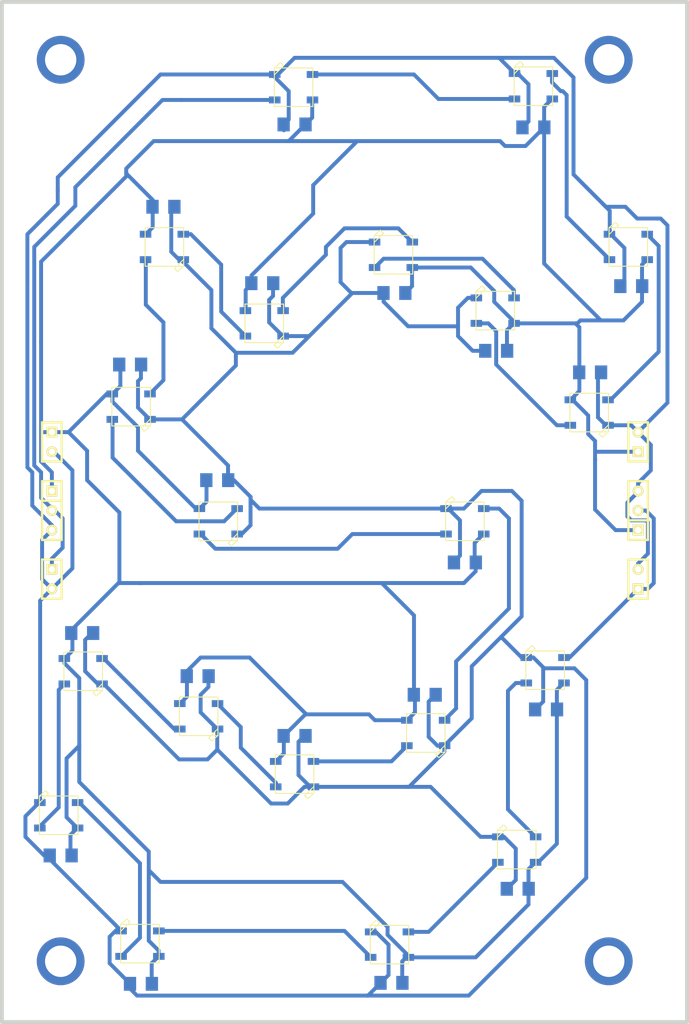
<source format=kicad_pcb>
(kicad_pcb (version 4) (host json2kicad_pcb "2020-10-08 04:23:57")

  (general
    (links 0)
    (no_connects 0)
    (area -3.81 -17.653 86.36 114.554)
    (thickness 1.6002)
    (drawings 0)
    (tracks 439)
    (zones 0)
    (modules 50)
    (nets 258)
  )

  (page A3)
  (title_block
    (date "30 dec 2015")
  )

  (layers
  (0 B.Cu signal)
  (1 Inner1.Cu signal)
  (2 Inner2.Cu signal)
  (15 F.Cu signal)
  (20 B.SilkS user)
  (21 F.SilkS user)
  (22 B.Paste user)
  (23 F.Paste user)
  (24 Dwgs.User user)
  (25 Cmts.User user)
  (26 Eco1.User user)
  (27 Eco2.User user)
  (28 Edge.Cuts user)
  (31 B.Cu signal)
  (32 B.Adhes user)
  (33 F.Adhes user)
  (34 B.Paste user)
  (35 F.Paste user)
  (36 B.SilkS user)
  (37 F.SilkS user)
  (38 B.Mask user)
  (39 F.Mask user)
  (40 Dwgs.User user)
  (41 Cmts.User user)
  (42 Eco1.User user)
  (43 Eco2.User user)
  (44 Edge.Cuts user)
  )

  (setup
(last_trace_width 0.254)
    (trace_clearance 0.254)
    (zone_clearance 0.508)
    (zone_45_only no)
    (trace_min 0.254)
    (segment_width 0.2)
    (edge_width 0.1)
    (via_size 1.19888)
    (via_drill 0.635)
    (via_min_size 0.889)
    (via_min_drill 0.508)
    (uvia_size 0.508)
    (uvia_drill 0.127)
    (uvias_allowed no)
    (uvia_min_size 0.508)
    (uvia_min_drill 0.127)
    (pcb_text_width 0.3)
    (pcb_text_size 1.5 1.5)
    (mod_edge_width 0.15)
    (mod_text_size 1 1)
    (mod_text_width 0.15)
    (pad_size 1.5 1.5)
    (pad_drill 0.6)
    (pad_to_mask_clearance 0)
    (aux_axis_origin 0 0)
    (visible_elements 7FFFFFFF)
    (pcbplotparams
      (layerselection 0x00030_80000001)
      (usegerberextensions true)
      (excludeedgelayer true)
      (linewidth 0.150000)
      (plotframeref false)
      (viasonmask false)
      (mode 1)
      (useauxorigin false)
      (hpglpennumber 1)
      (hpglpenspeed 20)
      (hpglpendiameter 15)
      (hpglpenoverlay 2)
      (psnegative false)
      (psa4output false)
      (plotreference true)
      (plotvalue true)
      (plotinvisibletext false)
      (padsonsilk false)
      (subtractmaskfromsilk false)
      (outputformat 1)
      (mirror false)
      (drillshape 1)
      (scaleselection 1)
      (outputdirectory ""))
  )

  (net 0 "")
  (net 1 "N-00001")
  (net 2 "N-00002")
  (net 3 "N-00003")
  (net 4 "N-00004")
  (net 5 "N-00005")
  (net 6 "N-00006")
  (net 7 "N-00007")
  (net 8 "N-00008")
  (net 9 "N-00009")
  (net 142 "N-00142")
  (net 11 "N-00011")
  (net 12 "N-00012")
  (net 13 "N-00013")
  (net 14 "N-00014")
  (net 15 "N-00015")
  (net 16 "N-00016")
  (net 17 "N-00017")
  (net 18 "N-00018")
  (net 19 "N-00019")
  (net 20 "N-00020")
  (net 21 "N-00021")
  (net 22 "N-00022")
  (net 23 "N-00023")
  (net 24 "N-00024")
  (net 25 "N-00025")
  (net 26 "N-00026")
  (net 27 "N-00027")
  (net 28 "N-00028")
  (net 29 "N-00029")
  (net 146 "N-00146")
  (net 143 "N-00143")
  (net 32 "N-00032")
  (net 33 "N-00033")
  (net 144 "N-00144")
  (net 35 "N-00035")
  (net 36 "N-00036")
  (net 37 "N-00037")
  (net 151 "N-00151")
  (net 141 "N-00141")
  (net 150 "N-00150")
  (net 41 "N-00041")
  (net 42 "N-00042")
  (net 43 "N-00043")
  (net 44 "N-00044")
  (net 45 "N-00045")
  (net 46 "N-00046")
  (net 47 "N-00047")
  (net 48 "N-00048")
  (net 49 "N-00049")
  (net 50 "N-00050")
  (net 51 "N-00051")
  (net 52 "N-00052")
  (net 53 "N-00053")
  (net 54 "N-00054")
  (net 55 "N-00055")
  (net 56 "N-00056")
  (net 57 "N-00057")
  (net 58 "N-00058")
  (net 59 "N-00059")
  (net 60 "N-00060")
  (net 61 "N-00061")
  (net 62 "N-00062")
  (net 63 "N-00063")
  (net 64 "N-00064")
  (net 65 "N-00065")
  (net 66 "N-00066")
  (net 67 "N-00067")
  (net 68 "N-00068")
  (net 69 "N-00069")
  (net 70 "N-00070")
  (net 71 "N-00071")
  (net 72 "N-00072")
  (net 73 "N-00073")
  (net 74 "N-00074")
  (net 75 "N-00075")
  (net 76 "N-00076")
  (net 77 "N-00077")
  (net 78 "N-00078")
  (net 79 "N-00079")
  (net 80 "N-00080")
  (net 81 "N-00081")
  (net 82 "N-00082")
  (net 83 "N-00083")
  (net 84 "N-00084")
  (net 85 "N-00085")
  (net 86 "N-00086")
  (net 87 "N-00087")
  (net 88 "N-00088")
  (net 89 "N-00089")
  (net 90 "N-00090")
  (net 91 "N-00091")
  (net 92 "N-00092")
  (net 93 "N-00093")
  (net 94 "N-00094")
  (net 95 "N-00095")
  (net 96 "N-00096")
  (net 97 "N-00097")
  (net 98 "N-00098")
  (net 99 "N-00099")
  (net 100 "N-00100")
  (net 101 "N-00101")
  (net 102 "N-00102")
  (net 103 "N-00103")
  (net 104 "N-00104")
  (net 105 "N-00105")
  (net 106 "N-00106")
  (net 107 "N-00107")
  (net 108 "N-00108")
  (net 109 "N-00109")
  (net 110 "N-00110")
  (net 111 "N-00111")
  (net 112 "N-00112")
  (net 113 "N-00113")
  (net 114 "N-00114")
  (net 115 "N-00115")
  (net 116 "N-00116")
  (net 117 "N-00117")
  (net 118 "N-00118")
  (net 119 "N-00119")
  (net 120 "N-00120")
  (net 121 "N-00121")
  (net 122 "N-00122")
  (net 123 "N-00123")
  (net 124 "N-00124")
  (net 125 "N-00125")
  (net 126 "N-00126")
  (net 127 "N-00127")
  (net 128 "N-00128")
  (net 129 "N-00129")
  (net 130 "N-00130")
  (net 131 "N-00131")
  (net 132 "N-00132")
  (net 133 "N-00133")
  (net 134 "N-00134")
  (net 135 "N-00135")
  (net 136 "N-00136")
  (net 137 "N-00137")
  (net 138 "N-00138")
  (net 139 "N-00139")
  (net 140 "N-00140")
  (net 168 "N-00168")
  (net 170 "N-00170")
  (net 299 "N-00299")
  (net 298 "N-00298")
  (net 156 "N-00156")
  (net 157 "N-00157")
  (net 158 "N-00158")
  (net 246 "N-00246")
  (net 238 "N-00238")
  (net 171 "N-00171")
  (net 172 "N-00172")
  (net 173 "N-00173")
  (net 174 "N-00174")
  (net 175 "N-00175")
  (net 176 "N-00176")
  (net 177 "N-00177")
  (net 178 "N-00178")
  (net 179 "N-00179")
  (net 180 "N-00180")
  (net 181 "N-00181")
  (net 182 "N-00182")
  (net 184 "N-00184")
  (net 185 "N-00185")
  (net 186 "N-00186")
  (net 187 "N-00187")
  (net 188 "N-00188")
  (net 189 "N-00189")
  (net 190 "N-00190")
  (net 191 "N-00191")
  (net 192 "N-00192")
  (net 193 "N-00193")
  (net 194 "N-00194")
  (net 195 "N-00195")
  (net 196 "N-00196")
  (net 197 "N-00197")
  (net 198 "N-00198")
  (net 199 "N-00199")
  (net 200 "N-00200")
  (net 292 "N-00292")
  (net 202 "N-00202")
  (net 203 "N-00203")
  (net 410 "N-00410")
  (net 205 "N-00205")
  (net 206 "N-00206")
  (net 207 "N-00207")
  (net 208 "N-00208")
  (net 295 "N-00295")
  (net 210 "N-00210")
  (net 297 "N-00297")
  (net 266 "N-00266")
  (net 213 "N-00213")
  (net 214 "N-00214")
  (net 215 "N-00215")
  (net 216 "N-00216")
  (net 294 "N-00294")
  (net 218 "N-00218")
  (net 296 "N-00296")
  (net 283 "N-00283")
  (net 258 "N-00258")
  (net 222 "N-00222")
  (net 293 "N-00293")
  (net 267 "N-00267")
  (net 242 "N-00242")
  (net 226 "N-00226")
  (net 271 "N-00271")
  (net 262 "N-00262")
  (net 393 "N-00393")
  (net 230 "N-00230")
  (net 254 "N-00254")
  (net 301 "N-00301")
  (net 250 "N-00250")
  (net 400 "N-00400")
  (net 346 "N-00346")
  (net 389 "N-00389")
  (net 397 "N-00397")
  (net 350 "N-00350")
  (net 398 "N-00398")
  (net 384 "N-00384")
  (net 368 "N-00368")
  (net 382 "N-00382")
  (net 372 "N-00372")
  (net 383 "N-00383")
  (net 381 "N-00381")
  (net 404 "N-00404")
  (net 352 "N-00352")
  (net 379 "N-00379")
  (net 411 "N-00411")
  (net 320 "N-00320")
  (net 388 "N-00388")
  (net 396 "N-00396")
  (net 386 "N-00386")
  (net 391 "N-00391")
  (net 387 "N-00387")
  (net 394 "N-00394")
  (net 403 "N-00403")
  (net 401 "N-00401")
  (net 338 "N-00338")
  (net 390 "N-00390")
  (net 395 "N-00395")
  (net 409 "N-00409")
  (net 333 "N-00333")
  (net 378 "N-00378")
  (net 374 "N-00374")
  (net 377 "N-00377")
  (net 344 "N-00344")
  (net 412 "N-00412")
  (net 413 "N-00413")
  (net 414 "N-00414")
  (net 415 "N-00415")
  (net 417 "N-00417")
  (net 421 "N-00421")
  (net 433 "N-00433")
  (net 442 "N-00442")
  (net 432 "N-00432")
  (net 441 "N-00441")
  (net 429 "N-00429")
  (net 435 "N-00435")

  (net_class Default "This is the default net class."
    (via_dia 1.19888)
    (via_drill 0.635)
    (uvia_drill 0.127)
    (trace_width 0.254)
    (uvia_dia 0.508)
    (clearance 0.254)
    (add_net "")
    (add_net "N-00001")
    (add_net "N-00002")
    (add_net "N-00003")
    (add_net "N-00004")
    (add_net "N-00005")
    (add_net "N-00006")
    (add_net "N-00007")
    (add_net "N-00008")
    (add_net "N-00009")
    (add_net "N-00011")
    (add_net "N-00012")
    (add_net "N-00013")
    (add_net "N-00014")
    (add_net "N-00015")
    (add_net "N-00016")
    (add_net "N-00017")
    (add_net "N-00018")
    (add_net "N-00019")
    (add_net "N-00020")
    (add_net "N-00021")
    (add_net "N-00022")
    (add_net "N-00023")
    (add_net "N-00024")
    (add_net "N-00025")
    (add_net "N-00026")
    (add_net "N-00027")
    (add_net "N-00028")
    (add_net "N-00029")
    (add_net "N-00032")
    (add_net "N-00033")
    (add_net "N-00035")
    (add_net "N-00036")
    (add_net "N-00037")
    (add_net "N-00041")
    (add_net "N-00042")
    (add_net "N-00043")
    (add_net "N-00044")
    (add_net "N-00045")
    (add_net "N-00046")
    (add_net "N-00047")
    (add_net "N-00048")
    (add_net "")
    (add_net "N-00050")
    (add_net "N-00051")
    (add_net "N-00052")
    (add_net "N-00053")
    (add_net "N-00054")
    (add_net "N-00055")
    (add_net "N-00056")
    (add_net "N-00057")
    (add_net "N-00058")
    (add_net "N-00059")
    (add_net "N-00060")
    (add_net "N-00061")
    (add_net "N-00062")
    (add_net "N-00063")
    (add_net "N-00064")
    (add_net "N-00065")
    (add_net "N-00066")
    (add_net "N-00067")
    (add_net "N-00068")
    (add_net "N-00069")
    (add_net "N-00070")
    (add_net "N-00071")
    (add_net "N-00072")
    (add_net "N-00073")
    (add_net "N-00074")
    (add_net "N-00075")
    (add_net "N-00076")
    (add_net "N-00077")
    (add_net "N-00078")
    (add_net "N-00079")
    (add_net "N-00080")
    (add_net "N-00081")
    (add_net "N-00082")
    (add_net "N-00083")
    (add_net "N-00084")
    (add_net "N-00085")
    (add_net "N-00086")
    (add_net "N-00087")
    (add_net "N-00088")
    (add_net "N-00089")
    (add_net "N-00090")
    (add_net "N-00091")
    (add_net "N-00092")
    (add_net "N-00093")
    (add_net "N-00094")
    (add_net "N-00095")
    (add_net "N-00096")
    (add_net "N-00097")
    (add_net "N-00098")
    (add_net "N-00099")
    (add_net "N-00100")
    (add_net "N-00101")
    (add_net "N-00102")
    (add_net "N-00103")
    (add_net "N-00104")
    (add_net "N-00105")
    (add_net "N-00106")
    (add_net "N-00107")
    (add_net "N-00108")
    (add_net "N-00109")
    (add_net "N-00110")
    (add_net "N-00111")
    (add_net "N-00112")
    (add_net "N-00113")
    (add_net "N-00114")
    (add_net "N-00115")
    (add_net "N-00116")
    (add_net "N-00117")
    (add_net "N-00118")
    (add_net "N-00119")
    (add_net "N-00120")
    (add_net "N-00121")
    (add_net "N-00122")
    (add_net "N-00123")
    (add_net "N-00124")
    (add_net "N-00125")
    (add_net "N-00126")
    (add_net "N-00127")
    (add_net "N-00128")
    (add_net "N-00129")
    (add_net "N-00130")
    (add_net "N-00131")
    (add_net "N-00132")
    (add_net "N-00133")
    (add_net "N-00134")
    (add_net "N-00135")
    (add_net "N-00136")
    (add_net "N-00137")
    (add_net "N-00138")
    (add_net "N-00139")
    (add_net "N-00140")
    (add_net "N-00141")
    (add_net "N-00142")
    (add_net "N-00143")
    (add_net "N-00144")
    (add_net "N-00271")
    (add_net "N-00146")
    (add_net "N-00150")
    (add_net "N-00151")
    (add_net "N-00194")
    (add_net "N-00156")
    (add_net "N-00157")
    (add_net "N-00158")
    (add_net "N-00168")
    (add_net "N-00170")
    (add_net "N-00171")
    (add_net "N-00172")
    (add_net "N-00173")
    (add_net "N-00174")
    (add_net "N-00175")
    (add_net "N-00176")
    (add_net "N-00177")
    (add_net "N-00178")
    (add_net "N-00179")
    (add_net "N-00180")
    (add_net "N-00181")
    (add_net "N-00182")
    (add_net "N-00184")
    (add_net "N-00185")
    (add_net "N-00186")
    (add_net "N-00187")
    (add_net "N-00188")
    (add_net "N-00189")
    (add_net "N-00190")
    (add_net "N-00191")
    (add_net "N-00192")
    (add_net "N-00193")
    (add_net "N-00194")
    (add_net "N-00195")
    (add_net "N-00196")
    (add_net "N-00197")
    (add_net "N-00198")
    (add_net "N-00199")
    (add_net "N-00200")
    (add_net "N-00442")
    (add_net "N-00202")
    (add_net "N-00203")
    (add_net "N-00205")
    (add_net "N-00206")
    (add_net "N-00207")
    (add_net "N-00208")
    (add_net "N-00108")
    (add_net "N-00109")
    (add_net "N-00213")
    (add_net "N-00214")
    (add_net "N-00215")
    (add_net "N-00102")
    (add_net "N-00103")
    (add_net "N-00100")
    (add_net "N-00101")
    (add_net "N-00106")
    (add_net "N-00107")
    (add_net "N-00104")
    (add_net "N-00105")
    (add_net "N-00226")
    (add_net "N-00346")
    (add_net "N-00230")
    (add_net "N-00033")
    (add_net "N-00032")
    (add_net "N-00037")
    (add_net "N-00036")
    (add_net "N-00035")
    (add_net "N-00242")
    (add_net "N-00246")
    (add_net "N-00250")
    (add_net "N-00435")
    (add_net "N-00432")
    (add_net "N-00433")
    (add_net "N-00254")
    (add_net "N-00258")
    (add_net "N-00338")
    (add_net "N-00262")
    (add_net "N-00266")
    (add_net "N-00267")
    (add_net "N-00333")
    (add_net "N-00271")
    (add_net "N-00350")
    (add_net "N-00283")
    (add_net "N-00344")
    (add_net "N-00292")
    (add_net "N-00293")
    (add_net "N-00294")
    (add_net "N-00049")
    (add_net "N-00296")
    (add_net "N-00297")
    (add_net "N-00298")
    (add_net "N-00299")
    (add_net "N-00301")
    (add_net "N-00006")
    (add_net "N-00320")
    (add_net "N-00333")
    (add_net "N-00099")
    (add_net "N-00098")
    (add_net "N-00338")
    (add_net "N-00091")
    (add_net "N-00090")
    (add_net "N-00093")
    (add_net "N-00092")
    (add_net "N-00095")
    (add_net "N-00094")
    (add_net "N-00097")
    (add_net "N-00096")
    (add_net "N-00352")
    (add_net "N-00368")
    (add_net "N-00372")
    (add_net "N-00374")
    (add_net "N-00404")
    (add_net "N-00378")
    (add_net "N-00379")
    (add_net "N-00381")
    (add_net "N-00382")
    (add_net "N-00383")
    (add_net "N-00384")
    (add_net "N-00386")
    (add_net "N-00387")
    (add_net "N-00388")
    (add_net "N-00389")
    (add_net "N-00390")
    (add_net "N-00391")
    (add_net "N-00393")
    (add_net "N-00394")
    (add_net "N-00395")
    (add_net "N-00396")
    (add_net "N-00397")
    (add_net "N-00398")
    (add_net "N-00400")
    (add_net "N-00401")
    (add_net "N-00403")
    (add_net "N-00238")
    (add_net "N-00409")
    (add_net "N-00410")
    (add_net "N-00411")
    (add_net "N-00230")
    (add_net "N-00413")
    (add_net "N-00414")
    (add_net "N-00415")
    (add_net "N-00417")
    (add_net "N-00421")
    (add_net "N-00412")
    (add_net "N-00429")
    (add_net "N-00001")
    (add_net "N-00433")
    (add_net "N-00435")
    (add_net "N-00441")
    (add_net "N-00442")
    (add_net "N-00146")
    (add_net "N-00144")
    (add_net "N-00142")
    (add_net "N-00143")
    (add_net "N-00140")
    (add_net "N-00141")
    (add_net "N-00344")
    (add_net "N-00133")
    (add_net "N-00132")
    (add_net "N-00131")
    (add_net "N-00130")
    (add_net "N-00137")
    (add_net "N-00136")
    (add_net "N-00135")
    (add_net "N-00134")
    (add_net "N-00139")
    (add_net "N-00138")
    (add_net "N-00024")
    (add_net "N-00025")
    (add_net "N-00026")
    (add_net "N-00027")
    (add_net "N-00020")
    (add_net "N-00021")
    (add_net "N-00022")
    (add_net "N-00023")
    (add_net "N-00028")
    (add_net "N-00029")
    (add_net "N-00404")
    (add_net "N-00403")
    (add_net "N-00401")
    (add_net "N-00400")
    (add_net "N-00409")
    (add_net "N-00379")
    (add_net "N-00378")
    (add_net "N-00372")
    (add_net "N-00374")
    (add_net "N-00377")
    (add_net "N-00393")
    (add_net "N-00088")
    (add_net "N-00089")
    (add_net "N-00397")
    (add_net "N-00396")
    (add_net "N-00395")
    (add_net "N-00394")
    (add_net "N-00082")
    (add_net "N-00083")
    (add_net "N-00080")
    (add_net "N-00081")
    (add_net "N-00086")
    (add_net "N-00087")
    (add_net "N-00084")
    (add_net "N-00085")
    (add_net "N-00432")
    (add_net "N-00007")
    (add_net "N-00298")
    (add_net "N-00299")
    (add_net "N-00296")
    (add_net "N-00246")
    (add_net "N-00297")
    (add_net "N-00294")
    (add_net "N-00295")
    (add_net "N-00292")
    (add_net "N-00293")
    (add_net "N-00346")
    (add_net "N-00179")
    (add_net "N-00178")
    (add_net "N-00177")
    (add_net "N-00176")
    (add_net "N-00175")
    (add_net "N-00174")
    (add_net "N-00173")
    (add_net "N-00172")
    (add_net "N-00171")
    (add_net "N-00170")
    (add_net "N-00182")
    (add_net "N-00195")
    (add_net "N-00180")
    (add_net "N-00181")
    (add_net "N-00186")
    (add_net "N-00187")
    (add_net "N-00184")
    (add_net "N-00185")
    (add_net "N-00188")
    (add_net "N-00189")
    (add_net "N-00197")
    (add_net "N-00196")
    (add_net "N-00191")
    (add_net "N-00190")
    (add_net "N-00193")
    (add_net "N-00192")
    (add_net "N-00011")
    (add_net "N-00013")
    (add_net "N-00012")
    (add_net "N-00015")
    (add_net "N-00014")
    (add_net "N-00017")
    (add_net "N-00016")
    (add_net "N-00019")
    (add_net "N-00018")
    (add_net "N-00320")
    (add_net "N-00200")
    (add_net "N-00203")
    (add_net "N-00202")
    (add_net "N-00205")
    (add_net "N-00207")
    (add_net "N-00206")
    (add_net "N-00208")
    (add_net "N-00077")
    (add_net "N-00076")
    (add_net "N-00075")
    (add_net "N-00074")
    (add_net "N-00073")
    (add_net "N-00072")
    (add_net "N-00071")
    (add_net "N-00070")
    (add_net "N-00079")
    (add_net "N-00078")
    (add_net "N-00002")
    (add_net "N-00008")
    (add_net "N-00377")
    (add_net "N-00258")
    (add_net "N-00120")
    (add_net "N-00121")
    (add_net "N-00122")
    (add_net "N-00123")
    (add_net "N-00124")
    (add_net "N-00125")
    (add_net "N-00126")
    (add_net "N-00127")
    (add_net "N-00128")
    (add_net "N-00129")
    (add_net "N-00414")
    (add_net "N-00415")
    (add_net "N-00417")
    (add_net "N-00410")
    (add_net "N-00411")
    (add_net "N-00412")
    (add_net "N-00413")
    (add_net "N-00003")
    (add_net "N-00368")
    (add_net "N-00441")
    (add_net "N-00381")
    (add_net "N-00382")
    (add_net "N-00383")
    (add_net "N-00384")
    (add_net "N-00386")
    (add_net "N-00387")
    (add_net "N-00388")
    (add_net "N-00389")
    (add_net "N-00210")
    (add_net "N-00060")
    (add_net "N-00061")
    (add_net "N-00062")
    (add_net "N-00063")
    (add_net "N-00064")
    (add_net "N-00065")
    (add_net "N-00066")
    (add_net "N-00067")
    (add_net "N-00068")
    (add_net "N-00069")
    (add_net "N-00250")
    (add_net "N-00218")
    (add_net "N-00254")
    (add_net "N-00222")
    (add_net "N-00168")
    (add_net "N-00238")
    (add_net "N-00009")
    (add_net "N-00352")
    (add_net "N-00350")
    (add_net "N-00216")
    (add_net "N-00214")
    (add_net "N-00215")
    (add_net "N-00213")
    (add_net "N-00210")
    (add_net "N-00218")
    (add_net "N-00199")
    (add_net "N-00004")
    (add_net "N-00283")
    (add_net "N-00262")
    (add_net "N-00267")
    (add_net "N-00266")
    (add_net "N-00059")
    (add_net "N-00058")
    (add_net "N-00055")
    (add_net "N-00054")
    (add_net "N-00057")
    (add_net "N-00056")
    (add_net "N-00051")
    (add_net "N-00050")
    (add_net "N-00053")
    (add_net "N-00052")
    (add_net "N-00115")
    (add_net "N-00114")
    (add_net "N-00117")
    (add_net "N-00116")
    (add_net "N-00111")
    (add_net "N-00110")
    (add_net "N-00113")
    (add_net "N-00112")
    (add_net "N-00119")
    (add_net "N-00118")
    (add_net "N-00198")
    (add_net "N-00429")
    (add_net "N-00421")
    (add_net "N-00301")
    (add_net "N-00216")
    (add_net "N-00295")
    (add_net "N-00242")
    (add_net "N-00226")
    (add_net "N-00222")
    (add_net "N-00391")
    (add_net "N-00390")
    (add_net "N-00151")
    (add_net "N-00150")
    (add_net "N-00157")
    (add_net "N-00156")
    (add_net "N-00158")
    (add_net "N-00398")
    (add_net "N-00048")
    (add_net "N-00049")
    (add_net "N-00046")
    (add_net "N-00047")
    (add_net "N-00044")
    (add_net "N-00045")
    (add_net "N-00042")
    (add_net "N-00043")
    (add_net "N-00041")
    (add_net "N-00005")
  )
  (segment (start 74.803 30.734) (end 75.184 30.353) (width 0.508) (layer F.Cu) (net 157))
  (segment (start 74.803 36.195) (end 74.803 30.734) (width 0.508) (layer F.Cu) (net 157))
  (segment (start 65.532 70.612) (end 64.135 70.612) (width 0.508) (layer F.Cu) (net 352))
  (segment (start 67.691 73.025) (end 66.675 74.041) (width 0.508) (layer F.Cu) (net 157))
  (segment (start 37.465 84.074) (end 35.941 82.55) (width 0.508) (layer F.Cu) (net 157))
  (segment (start 37.846 84.074) (end 37.465 84.074) (width 0.508) (layer F.Cu) (net 157))
  (segment (start 17.018 11.557) (end 16.129 12.446) (width 0.508) (layer F.Cu) (net 158))
  (segment (start 17.018 8.763) (end 17.018 11.557) (width 0.508) (layer F.Cu) (net 158))
  (segment (start 50.165 24.384) (end 56.642 24.384) (width 0.508) (layer F.Cu) (net 157))
  (segment (start 46.99 21.209) (end 50.165 24.384) (width 0.508) (layer F.Cu) (net 157))
  (segment (start 46.99 20.066) (end 46.99 21.209) (width 0.508) (layer F.Cu) (net 157))
  (segment (start 30.861 48.006) (end 55.118 48.006) (width 0.508) (layer F.Cu) (net 157))
  (segment (start 12.827 32.131) (end 11.811 33.147) (width 0.508) (layer F.Cu) (net 158))
  (segment (start 12.827 29.083) (end 12.827 32.131) (width 0.508) (layer F.Cu) (net 158))
  (segment (start 20.955 15.748) (end 20.447 15.748) (width 0.508) (layer F.Cu) (net 157))
  (segment (start 19.431 9.271) (end 19.812 8.89) (width 0.508) (layer F.Cu) (net 157))
  (segment (start 19.431 14.732) (end 19.431 9.271) (width 0.508) (layer F.Cu) (net 157))
  (segment (start 20.447 15.748) (end 19.431 14.732) (width 0.508) (layer F.Cu) (net 157))
  (segment (start 24.003 47.117) (end 23.114 48.006) (width 0.508) (layer F.Cu) (net 158))
  (segment (start 24.003 44.196) (end 24.003 47.117) (width 0.508) (layer F.Cu) (net 158))
  (segment (start 16.637 8.509) (end 17.018 8.89) (width 0.508) (layer F.Cu) (net 158))
  (segment (start 45.339 102.87) (end 45.974 102.87) (width 0.508) (layer F.Cu) (net 157))
  (segment (start 24.257 69.723) (end 24.257 71.12) (width 0.508) (layer F.Cu) (net 157))
  (segment (start 63.246 49.276) (end 63.246 60.96) (width 0.508) (layer F.Cu) (net 262))
  (segment (start 6.604 66.421) (end 5.588 67.437) (width 0.508) (layer F.Cu) (net 158))
  (segment (start 6.35 90.297) (end 7.239 89.408) (width 0.508) (layer F.Cu) (net 158))
  (segment (start 6.604 63.881) (end 6.604 66.421) (width 0.508) (layer F.Cu) (net 158))
  (segment (start 6.35 92.964) (end 6.35 90.297) (width 0.508) (layer F.Cu) (net 158))
  (segment (start 8.255 65.024) (end 9.398 63.881) (width 0.508) (layer F.Cu) (net 157))
  (segment (start 8.255 69.088) (end 8.255 65.024) (width 0.508) (layer F.Cu) (net 157))
  (segment (start 9.906 70.739) (end 8.255 69.088) (width 0.508) (layer F.Cu) (net 157))
  (module "SIL-2"
    (layer "F.Cu")
    (tedit 0)
    (tstamp 0)
    (at 3.937 39.37 -90.00)
    (fp_text reference "pwr"
      (at -2.54 0.0 0.00)
      (layer F.SilkS)
      (effects (font (size 1.08712 0.0)
        (thickness 0.0)))
    )
    (fp_text value "Val**"
      (at -2.54 0.0 0.00)
      (layer F.SilkS)
      (effects (font (size 1.016 0.0)
        (thickness 0.0)))
    )
    (fp_line (start -2.54 1.27) (end -2.54 -1.27) (layer F.SilkS) (width 0.3048))
    (fp_line (start -2.54 -1.27) (end 2.54 -1.27) (layer F.SilkS) (width 0.3048))
    (fp_line (start 2.54 -1.27) (end 2.54 1.27) (layer F.SilkS) (width 0.3048))
    (fp_line (start 2.54 1.27) (end -2.54 1.27) (layer F.SilkS) (width 0.3048))
    (pad 1 thru_hole rect (at -1.27 0.0 -90.00) (size 1.397 1.397) (drill 0.8128) (layers "B.Cu" "Inner1.Cu" "Inner2.Cu" "F.Cu" "F.SilkS" "B.Paste" "F.Paste") (net 158 N-00158))
    (pad 2 thru_hole circle (at 1.27 0.0 -90.00) (size 1.397 1.397) (drill 0.8128) (layers "B.Cu" "Inner1.Cu" "Inner2.Cu" "F.Cu" "F.SilkS" "B.Paste" "F.Paste") (net 157 N-00157))
  )

  (module "SIL-2"
    (layer "F.Cu")
    (tedit 0)
    (tstamp 0)
    (at 80.01 39.37 90.00)
    (fp_text reference "pwr"
      (at -2.54 0.0 0.00)
      (layer F.SilkS)
      (effects (font (size 1.08712 0.0)
        (thickness 0.0)))
    )
    (fp_text value "Val**"
      (at -2.54 0.0 0.00)
      (layer F.SilkS)
      (effects (font (size 1.016 0.0)
        (thickness 0.0)))
    )
    (fp_line (start -2.54 1.27) (end -2.54 -1.27) (layer F.SilkS) (width 0.3048))
    (fp_line (start -2.54 -1.27) (end 2.54 -1.27) (layer F.SilkS) (width 0.3048))
    (fp_line (start 2.54 -1.27) (end 2.54 1.27) (layer F.SilkS) (width 0.3048))
    (fp_line (start 2.54 1.27) (end -2.54 1.27) (layer F.SilkS) (width 0.3048))
    (pad 1 thru_hole rect (at -1.27 0.0 90.00) (size 1.397 1.397) (drill 0.8128) (layers "B.Cu" "Inner1.Cu" "Inner2.Cu" "F.Cu" "F.SilkS" "B.Paste" "F.Paste") (net 158 N-00158))
    (pad 2 thru_hole circle (at 1.27 0.0 90.00) (size 1.397 1.397) (drill 0.8128) (layers "B.Cu" "Inner1.Cu" "Inner2.Cu" "F.Cu" "F.SilkS" "B.Paste" "F.Paste") (net 157 N-00157))
  )

  (segment (start 10.414 70.739) (end 9.906 70.739) (width 0.508) (layer F.Cu) (net 157))
  (segment (start 21.463 72.39) (end 20.574 73.279) (width 0.508) (layer F.Cu) (net 158))
  (segment (start 21.463 69.596) (end 21.463 72.39) (width 0.508) (layer F.Cu) (net 158))
  (segment (start 3.937 48.26) (end 4.318 48.26) (width 0.508) (layer F.Cu) (net 203))
  (module "meow_hole"
    (layer "F.Cu")
    (tedit 0)
    (tstamp 0)
    (at 5.08 106.68 0.00)
    (fp_text reference ""
      (at 0.0 0.0 0.00)
      (layer F.SilkS)
      (effects (font (size 0.0 0.0)
        (thickness 0.0)))
    )
    (fp_text reference ""
      (at 0.0 0.0 0.00)
      (layer F.SilkS)
      (effects (font (size 0.0 0.0)
        (thickness 0.0)))
    )
    (pad S0 thru_hole oval (at 0.0 0.0 0.00) (size 6.1976 6.1976) (drill 4.064) (layers "B.Cu" "Inner1.Cu" "Inner2.Cu" "F.Cu" "B.Paste" "F.Paste") (net 414 N-00414))
  )

  (segment (start 45.085 74.676) (end 36.83 74.676) (width 0.508) (layer F.Cu) (net 158))
  (segment (start 47.498 103.251) (end 47.498 102.235) (width 0.508) (layer F.Cu) (net 158))
  (segment (start 37.846 80.772) (end 48.006 80.772) (width 0.508) (layer F.Cu) (net 283))
  (segment (start 24.13 80.518) (end 25.4 79.248) (width 0.508) (layer F.Cu) (net 157))
  (module "SIL-2"
    (layer "F.Cu")
    (tedit 0)
    (tstamp 0)
    (at 80.01 57.15 90.00)
    (fp_text reference "SIG-OUT"
      (at -2.54 0.0 0.00)
      (layer F.SilkS)
      (effects (font (size 1.08712 0.0)
        (thickness 0.0)))
    )
    (fp_text value "Val**"
      (at -2.54 0.0 0.00)
      (layer F.SilkS)
      (effects (font (size 1.016 0.0)
        (thickness 0.0)))
    )
    (fp_line (start -2.54 1.27) (end -2.54 -1.27) (layer F.SilkS) (width 0.3048))
    (fp_line (start -2.54 -1.27) (end 2.54 -1.27) (layer F.SilkS) (width 0.3048))
    (fp_line (start 2.54 -1.27) (end 2.54 1.27) (layer F.SilkS) (width 0.3048))
    (fp_line (start 2.54 1.27) (end -2.54 1.27) (layer F.SilkS) (width 0.3048))
    (pad 1 thru_hole rect (at -1.27 0.0 90.00) (size 1.397 1.397) (drill 0.8128) (layers "B.Cu" "Inner1.Cu" "Inner2.Cu" "F.Cu" "F.SilkS" "B.Paste" "F.Paste") (net 156 N-00156))
    (pad 2 thru_hole circle (at 1.27 0.0 90.00) (size 1.397 1.397) (drill 0.8128) (layers "B.Cu" "Inner1.Cu" "Inner2.Cu" "F.Cu" "F.SilkS" "B.Paste" "F.Paste") (net 157 N-00157))
  )

  (module "SIL-3"
    (layer "F.Cu")
    (tedit 0)
    (tstamp 0)
    (at 80.01 48.26 90.00)
    (fp_text reference "OUT"
      (at -2.54 0.0 0.00)
      (layer F.SilkS)
      (effects (font (size 1.07696 0.0)
        (thickness 0.0)))
    )
    (fp_text value "Val**"
      (at -2.54 0.0 0.00)
      (layer F.SilkS)
      (effects (font (size 1.016 0.0)
        (thickness 0.0)))
    )
    (fp_line (start -3.81 1.27) (end -3.81 -1.27) (layer F.SilkS) (width 0.3048))
    (fp_line (start -3.81 -1.27) (end 3.81 -1.27) (layer F.SilkS) (width 0.3048))
    (fp_line (start 3.81 -1.27) (end 3.81 1.27) (layer F.SilkS) (width 0.3048))
    (fp_line (start 3.81 1.27) (end -3.81 1.27) (layer F.SilkS) (width 0.3048))
    (fp_line (start -1.27 -1.27) (end -1.27 1.27) (layer F.SilkS) (width 0.3048))
    (pad 1 thru_hole rect (at -2.54 0.0 90.00) (size 1.397 1.397) (drill 0.8128) (layers "B.Cu" "Inner1.Cu" "Inner2.Cu" "F.Cu" "F.SilkS" "B.Paste" "F.Paste") (net 158 N-00158))
    (pad 2 thru_hole circle (at 0.0 0.0 90.00) (size 1.397 1.397) (drill 0.8128) (layers "B.Cu" "Inner1.Cu" "Inner2.Cu" "F.Cu" "F.SilkS" "B.Paste" "F.Paste") (net 156 N-00156))
    (pad 3 thru_hole circle (at 2.54 0.0 90.00) (size 1.397 1.397) (drill 0.8128) (layers "B.Cu" "Inner1.Cu" "Inner2.Cu" "F.Cu" "F.SilkS" "B.Paste" "F.Paste") (net 157 N-00157))
  )

  (segment (start 20.447 80.518) (end 24.13 80.518) (width 0.508) (layer F.Cu) (net 157))
  (segment (start 56.388 67.818) (end 56.388 73.914) (width 0.508) (layer F.Cu) (net 262))
  (module "SIL-2"
    (layer "F.Cu")
    (tedit 0)
    (tstamp 0)
    (at 3.937 57.15 -90.00)
    (fp_text reference "sig-in"
      (at -2.54 0.0 0.00)
      (layer F.SilkS)
      (effects (font (size 1.08712 0.0)
        (thickness 0.0)))
    )
    (fp_text value "Val**"
      (at -2.54 0.0 0.00)
      (layer F.SilkS)
      (effects (font (size 1.016 0.0)
        (thickness 0.0)))
    )
    (fp_line (start -2.54 1.27) (end -2.54 -1.27) (layer F.SilkS) (width 0.3048))
    (fp_line (start -2.54 -1.27) (end 2.54 -1.27) (layer F.SilkS) (width 0.3048))
    (fp_line (start 2.54 -1.27) (end 2.54 1.27) (layer F.SilkS) (width 0.3048))
    (fp_line (start 2.54 1.27) (end -2.54 1.27) (layer F.SilkS) (width 0.3048))
    (pad 1 thru_hole rect (at -1.27 0.0 -90.00) (size 1.397 1.397) (drill 0.8128) (layers "B.Cu" "Inner1.Cu" "Inner2.Cu" "F.Cu" "F.SilkS" "B.Paste" "F.Paste") (net 203 N-00203))
    (pad 2 thru_hole circle (at 1.27 0.0 -90.00) (size 1.397 1.397) (drill 0.8128) (layers "B.Cu" "Inner1.Cu" "Inner2.Cu" "F.Cu" "F.SilkS" "B.Paste" "F.Paste") (net 157 N-00157))
  )

  (module "SIL-3"
    (layer "F.Cu")
    (tedit 0)
    (tstamp 0)
    (at 3.937 48.26 -90.00)
    (fp_text reference "IN"
      (at -2.54 0.0 0.00)
      (layer F.SilkS)
      (effects (font (size 1.07696 0.0)
        (thickness 0.0)))
    )
    (fp_text value "Val**"
      (at -2.54 0.0 0.00)
      (layer F.SilkS)
      (effects (font (size 1.016 0.0)
        (thickness 0.0)))
    )
    (fp_line (start -3.81 1.27) (end -3.81 -1.27) (layer F.SilkS) (width 0.3048))
    (fp_line (start -3.81 -1.27) (end 3.81 -1.27) (layer F.SilkS) (width 0.3048))
    (fp_line (start 3.81 -1.27) (end 3.81 1.27) (layer F.SilkS) (width 0.3048))
    (fp_line (start 3.81 1.27) (end -3.81 1.27) (layer F.SilkS) (width 0.3048))
    (fp_line (start -1.27 -1.27) (end -1.27 1.27) (layer F.SilkS) (width 0.3048))
    (pad 1 thru_hole rect (at -2.54 0.0 -90.00) (size 1.397 1.397) (drill 0.8128) (layers "B.Cu" "Inner1.Cu" "Inner2.Cu" "F.Cu" "F.SilkS" "B.Paste" "F.Paste") (net 158 N-00158))
    (pad 2 thru_hole circle (at 0.0 0.0 -90.00) (size 1.397 1.397) (drill 0.8128) (layers "B.Cu" "Inner1.Cu" "Inner2.Cu" "F.Cu" "F.SilkS" "B.Paste" "F.Paste") (net 203 N-00203))
    (pad 3 thru_hole circle (at 2.54 0.0 -90.00) (size 1.397 1.397) (drill 0.8128) (layers "B.Cu" "Inner1.Cu" "Inner2.Cu" "F.Cu" "F.SilkS" "B.Paste" "F.Paste") (net 157 N-00157))
  )

  (module "meowWS2812B"
    (layer "F.Cu")
    (tedit 0)
    (tstamp 0)
    (at 35.306 -6.604 0.00)
    (fp_text reference "a0"
      (at 0.0381 0.0 0.00)
      (layer Eco1.User)
      (effects (font (size 0.8128 0.0)
        (thickness 0.0)))
    )
    (fp_text value "WS2812B"
      (at 0.0 0.0 0.00)
      (layer Eco1.User)
      (effects (font (size 0.0 0.0)
        (thickness 0.0)))
    )
    (fp_line (start 2.49936 2.49936) (end -2.49936 2.49936) (layer F.SilkS) (width 0.127))
    (fp_line (start -2.49936 2.49936) (end -2.49936 -1.59766) (layer F.SilkS) (width 0.127))
    (fp_line (start -2.49936 -1.59766) (end -2.49936 -2.49936) (layer F.SilkS) (width 0.127))
    (fp_line (start -2.49936 -2.49936) (end -1.59766 -2.49936) (layer F.SilkS) (width 0.127))
    (fp_line (start -1.59766 -2.49936) (end 2.49936 -2.49936) (layer F.SilkS) (width 0.127))
    (fp_line (start 2.49936 -2.49936) (end 2.49936 2.49936) (layer F.SilkS) (width 0.127))
    (fp_line (start -2.49936 -1.59766) (end -1.59766 -2.49936) (layer F.SilkS) (width 0.127))
    (fp_line (start -1.59766 -2.49936) (end -1.29794 -2.79908) (layer F.SilkS) (width 0.127))
    (fp_line (start -1.29794 -2.79908) (end -1.69926 -3.19786) (layer F.SilkS) (width 0.127))
    (fp_line (start -1.69926 -3.19786) (end -2.49936 -2.49936) (layer F.SilkS) (width 0.127))
    (pad 1-VDD smd rect (at 2.44856 1.64846 180.00) (size 1.4986 0.89916) (drill 0.0) (layers "F.Cu" "F.Paste") (net 158 N-00158))
    (pad 2-DOUT smd rect (at 2.44856 -1.64846 180.00) (size 1.4986 0.89916) (drill 0.0) (layers "F.Cu" "F.Paste") (net 202 N-00202))
    (pad 4-DIN smd rect (at -2.44856 1.64846 180.00) (size 1.4986 0.89916) (drill 0.0) (layers "F.Cu" "F.Paste") (net 203 N-00203))
    (pad 3-GND smd rect (at -2.44856 -1.64846 180.00) (size 1.4986 0.89916) (drill 0.0) (layers "F.Cu" "F.Paste") (net 157 N-00157))
  )

  (module "C1206"
    (layer "F.Cu")
    (tedit 0)
    (tstamp 0)
    (at 35.433 -1.778 -180.00)
    (fp_text reference "aC0"
      (at -0.635 0.0 0.00)
      (layer Eco1.User)
      (effects (font (size 1.27 0.0)
        (thickness 0.0)))
    )
    (fp_text value "100nf"
      (at 3.175 0.0 0.00)
      (layer Eco1.User)
      (effects (font (size 1.27 0.0)
        (thickness 0.0)))
    )
    (fp_line (start 0.9525 0.8128) (end -0.9652 0.8128) (layer Cmts.User) (width 0.1524))
    (fp_line (start 0.9525 -0.8128) (end -0.9652 -0.8128) (layer Cmts.User) (width 0.1524))
    (fp_line (start -1.6891 0.8763) (end -0.9525 0.8763) (layer Cmts.User) (width 0.127))
    (fp_line (start -0.9525 0.8763) (end -0.9525 -0.8763) (layer Cmts.User) (width 0.127))
    (fp_line (start -0.9525 -0.8763) (end -1.6891 -0.8763) (layer Cmts.User) (width 0.127))
    (fp_line (start -1.6891 -0.8763) (end -1.6891 0.8763) (layer Cmts.User) (width 0.127))
    (fp_line (start 0.9525 0.8763) (end 1.6891 0.8763) (layer Cmts.User) (width 0.127))
    (fp_line (start 1.6891 0.8763) (end 1.6891 -0.8763) (layer Cmts.User) (width 0.127))
    (fp_line (start 1.6891 -0.8763) (end 0.9525 -0.8763) (layer Cmts.User) (width 0.127))
    (fp_line (start 0.9525 -0.8763) (end 0.9525 0.8763) (layer Cmts.User) (width 0.127))
    (pad 2 smd rect (at 1.41986 0.0 -180.00) (size 1.59766 1.80086) (drill 0.0) (layers "F.Cu" "F.Paste") (net 157 N-00157))
    (pad 1 smd rect (at -1.41986 0.0 -180.00) (size 1.59766 1.80086) (drill 0.0) (layers "F.Cu" "F.Paste") (net 158 N-00158))
  )

  (segment (start 2.667 57.15) (end 3.937 58.42) (width 0.508) (layer F.Cu) (net 157))
  (segment (start 69.977 -6.096) (end 70.231 -6.096) (width 0.508) (layer F.Cu) (net 210))
  (segment (start 32.893 -8.255) (end 32.893 -7.874) (width 0.508) (layer F.Cu) (net 157))
  (segment (start 32.893 -7.874) (end 34.671 -6.096) (width 0.508) (layer F.Cu) (net 157))
  (segment (start 2.667 53.086) (end 2.667 57.15) (width 0.508) (layer F.Cu) (net 157))
  (segment (start 20.574 76.581) (end 19.812 76.581) (width 0.508) (layer F.Cu) (net 338))
  (module "meowWS2812B"
    (layer "F.Cu")
    (tedit 0)
    (tstamp 0)
    (at 47.752 104.521 0.00)
    (fp_text reference "U10"
      (at 0.0381 0.0 0.00)
      (layer Eco1.User)
      (effects (font (size 0.8128 0.0)
        (thickness 0.0)))
    )
    (fp_text value "WS2812B"
      (at 0.0 0.0 0.00)
      (layer Eco1.User)
      (effects (font (size 0.0 0.0)
        (thickness 0.0)))
    )
    (fp_line (start 2.49936 2.49936) (end -2.49936 2.49936) (layer F.SilkS) (width 0.127))
    (fp_line (start -2.49936 2.49936) (end -2.49936 -1.59766) (layer F.SilkS) (width 0.127))
    (fp_line (start -2.49936 -1.59766) (end -2.49936 -2.49936) (layer F.SilkS) (width 0.127))
    (fp_line (start -2.49936 -2.49936) (end -1.59766 -2.49936) (layer F.SilkS) (width 0.127))
    (fp_line (start -1.59766 -2.49936) (end 2.49936 -2.49936) (layer F.SilkS) (width 0.127))
    (fp_line (start 2.49936 -2.49936) (end 2.49936 2.49936) (layer F.SilkS) (width 0.127))
    (fp_line (start -2.49936 -1.59766) (end -1.59766 -2.49936) (layer F.SilkS) (width 0.127))
    (fp_line (start -1.59766 -2.49936) (end -1.29794 -2.79908) (layer F.SilkS) (width 0.127))
    (fp_line (start -1.29794 -2.79908) (end -1.69926 -3.19786) (layer F.SilkS) (width 0.127))
    (fp_line (start -1.69926 -3.19786) (end -2.49936 -2.49936) (layer F.SilkS) (width 0.127))
    (pad 1-VDD smd rect (at 2.44856 1.64846 180.00) (size 1.4986 0.89916) (drill 0.0) (layers "F.Cu" "F.Paste") (net 158 N-00158))
    (pad 2-DOUT smd rect (at 2.44856 -1.64846 180.00) (size 1.4986 0.89916) (drill 0.0) (layers "F.Cu" "F.Paste") (net 226 N-00226))
    (pad 4-DIN smd rect (at -2.44856 1.64846 180.00) (size 1.4986 0.89916) (drill 0.0) (layers "F.Cu" "F.Paste") (net 230 N-00230))
    (pad 3-GND smd rect (at -2.44856 -1.64846 180.00) (size 1.4986 0.89916) (drill 0.0) (layers "F.Cu" "F.Paste") (net 157 N-00157))
  )

  (module "meowWS2812B"
    (layer "F.Cu")
    (tedit 0)
    (tstamp 0)
    (at 66.421 -6.731 0.00)
    (fp_text reference "U3"
      (at 0.0381 0.0 0.00)
      (layer Eco1.User)
      (effects (font (size 0.8128 0.0)
        (thickness 0.0)))
    )
    (fp_text value "WS2812B"
      (at 0.0 0.0 0.00)
      (layer Eco1.User)
      (effects (font (size 0.0 0.0)
        (thickness 0.0)))
    )
    (fp_line (start 2.49936 2.49936) (end -2.49936 2.49936) (layer F.SilkS) (width 0.127))
    (fp_line (start -2.49936 2.49936) (end -2.49936 -1.59766) (layer F.SilkS) (width 0.127))
    (fp_line (start -2.49936 -1.59766) (end -2.49936 -2.49936) (layer F.SilkS) (width 0.127))
    (fp_line (start -2.49936 -2.49936) (end -1.59766 -2.49936) (layer F.SilkS) (width 0.127))
    (fp_line (start -1.59766 -2.49936) (end 2.49936 -2.49936) (layer F.SilkS) (width 0.127))
    (fp_line (start 2.49936 -2.49936) (end 2.49936 2.49936) (layer F.SilkS) (width 0.127))
    (fp_line (start -2.49936 -1.59766) (end -1.59766 -2.49936) (layer F.SilkS) (width 0.127))
    (fp_line (start -1.59766 -2.49936) (end -1.29794 -2.79908) (layer F.SilkS) (width 0.127))
    (fp_line (start -1.29794 -2.79908) (end -1.69926 -3.19786) (layer F.SilkS) (width 0.127))
    (fp_line (start -1.69926 -3.19786) (end -2.49936 -2.49936) (layer F.SilkS) (width 0.127))
    (pad 1-VDD smd rect (at 2.44856 1.64846 180.00) (size 1.4986 0.89916) (drill 0.0) (layers "F.Cu" "F.Paste") (net 158 N-00158))
    (pad 2-DOUT smd rect (at 2.44856 -1.64846 180.00) (size 1.4986 0.89916) (drill 0.0) (layers "F.Cu" "F.Paste") (net 210 N-00210))
    (pad 4-DIN smd rect (at -2.44856 1.64846 180.00) (size 1.4986 0.89916) (drill 0.0) (layers "F.Cu" "F.Paste") (net 202 N-00202))
    (pad 3-GND smd rect (at -2.44856 -1.64846 180.00) (size 1.4986 0.89916) (drill 0.0) (layers "F.Cu" "F.Paste") (net 157 N-00157))
  )

  (module "meowWS2812B"
    (layer "F.Cu")
    (tedit 0)
    (tstamp 0)
    (at 64.262 92.202 0.00)
    (fp_text reference "U9"
      (at 0.0381 0.0 0.00)
      (layer Eco1.User)
      (effects (font (size 0.8128 0.0)
        (thickness 0.0)))
    )
    (fp_text value "WS2812B"
      (at 0.0 0.0 0.00)
      (layer Eco1.User)
      (effects (font (size 0.0 0.0)
        (thickness 0.0)))
    )
    (fp_line (start 2.49936 2.49936) (end -2.49936 2.49936) (layer F.SilkS) (width 0.127))
    (fp_line (start -2.49936 2.49936) (end -2.49936 -1.59766) (layer F.SilkS) (width 0.127))
    (fp_line (start -2.49936 -1.59766) (end -2.49936 -2.49936) (layer F.SilkS) (width 0.127))
    (fp_line (start -2.49936 -2.49936) (end -1.59766 -2.49936) (layer F.SilkS) (width 0.127))
    (fp_line (start -1.59766 -2.49936) (end 2.49936 -2.49936) (layer F.SilkS) (width 0.127))
    (fp_line (start 2.49936 -2.49936) (end 2.49936 2.49936) (layer F.SilkS) (width 0.127))
    (fp_line (start -2.49936 -1.59766) (end -1.59766 -2.49936) (layer F.SilkS) (width 0.127))
    (fp_line (start -1.59766 -2.49936) (end -1.29794 -2.79908) (layer F.SilkS) (width 0.127))
    (fp_line (start -1.29794 -2.79908) (end -1.69926 -3.19786) (layer F.SilkS) (width 0.127))
    (fp_line (start -1.69926 -3.19786) (end -2.49936 -2.49936) (layer F.SilkS) (width 0.127))
    (pad 1-VDD smd rect (at 2.44856 1.64846 180.00) (size 1.4986 0.89916) (drill 0.0) (layers "F.Cu" "F.Paste") (net 158 N-00158))
    (pad 2-DOUT smd rect (at 2.44856 -1.64846 180.00) (size 1.4986 0.89916) (drill 0.0) (layers "F.Cu" "F.Paste") (net 352 N-00352))
    (pad 4-DIN smd rect (at -2.44856 1.64846 180.00) (size 1.4986 0.89916) (drill 0.0) (layers "F.Cu" "F.Paste") (net 226 N-00226))
    (pad 3-GND smd rect (at -2.44856 -1.64846 180.00) (size 1.4986 0.89916) (drill 0.0) (layers "F.Cu" "F.Paste") (net 157 N-00157))
  )

  (module "meowWS2812B"
    (layer "F.Cu")
    (tedit 0)
    (tstamp 0)
    (at 78.74 14.097 0.00)
    (fp_text reference "U6"
      (at 0.0381 0.0 0.00)
      (layer Eco1.User)
      (effects (font (size 0.8128 0.0)
        (thickness 0.0)))
    )
    (fp_text value "WS2812B"
      (at 0.0 0.0 0.00)
      (layer Eco1.User)
      (effects (font (size 0.0 0.0)
        (thickness 0.0)))
    )
    (fp_line (start 2.49936 2.49936) (end -2.49936 2.49936) (layer F.SilkS) (width 0.127))
    (fp_line (start -2.49936 2.49936) (end -2.49936 -1.59766) (layer F.SilkS) (width 0.127))
    (fp_line (start -2.49936 -1.59766) (end -2.49936 -2.49936) (layer F.SilkS) (width 0.127))
    (fp_line (start -2.49936 -2.49936) (end -1.59766 -2.49936) (layer F.SilkS) (width 0.127))
    (fp_line (start -1.59766 -2.49936) (end 2.49936 -2.49936) (layer F.SilkS) (width 0.127))
    (fp_line (start 2.49936 -2.49936) (end 2.49936 2.49936) (layer F.SilkS) (width 0.127))
    (fp_line (start -2.49936 -1.59766) (end -1.59766 -2.49936) (layer F.SilkS) (width 0.127))
    (fp_line (start -1.59766 -2.49936) (end -1.29794 -2.79908) (layer F.SilkS) (width 0.127))
    (fp_line (start -1.29794 -2.79908) (end -1.69926 -3.19786) (layer F.SilkS) (width 0.127))
    (fp_line (start -1.69926 -3.19786) (end -2.49936 -2.49936) (layer F.SilkS) (width 0.127))
    (pad 1-VDD smd rect (at 2.44856 1.64846 180.00) (size 1.4986 0.89916) (drill 0.0) (layers "F.Cu" "F.Paste") (net 158 N-00158))
    (pad 2-DOUT smd rect (at 2.44856 -1.64846 180.00) (size 1.4986 0.89916) (drill 0.0) (layers "F.Cu" "F.Paste") (net 218 N-00218))
    (pad 4-DIN smd rect (at -2.44856 1.64846 180.00) (size 1.4986 0.89916) (drill 0.0) (layers "F.Cu" "F.Paste") (net 210 N-00210))
    (pad 3-GND smd rect (at -2.44856 -1.64846 180.00) (size 1.4986 0.89916) (drill 0.0) (layers "F.Cu" "F.Paste") (net 157 N-00157))
  )

  (module "meowWS2812B"
    (layer "F.Cu")
    (tedit 0)
    (tstamp 0)
    (at 73.66 35.56 -180.00)
    (fp_text reference "U7"
      (at 0.0381 0.0 0.00)
      (layer Eco1.User)
      (effects (font (size 0.8128 0.0)
        (thickness 0.0)))
    )
    (fp_text value "WS2812B"
      (at 0.0 0.0 0.00)
      (layer Eco1.User)
      (effects (font (size 0.0 0.0)
        (thickness 0.0)))
    )
    (fp_line (start 2.49936 2.49936) (end -2.49936 2.49936) (layer F.SilkS) (width 0.127))
    (fp_line (start -2.49936 2.49936) (end -2.49936 -1.59766) (layer F.SilkS) (width 0.127))
    (fp_line (start -2.49936 -1.59766) (end -2.49936 -2.49936) (layer F.SilkS) (width 0.127))
    (fp_line (start -2.49936 -2.49936) (end -1.59766 -2.49936) (layer F.SilkS) (width 0.127))
    (fp_line (start -1.59766 -2.49936) (end 2.49936 -2.49936) (layer F.SilkS) (width 0.127))
    (fp_line (start 2.49936 -2.49936) (end 2.49936 2.49936) (layer F.SilkS) (width 0.127))
    (fp_line (start -2.49936 -1.59766) (end -1.59766 -2.49936) (layer F.SilkS) (width 0.127))
    (fp_line (start -1.59766 -2.49936) (end -1.29794 -2.79908) (layer F.SilkS) (width 0.127))
    (fp_line (start -1.29794 -2.79908) (end -1.69926 -3.19786) (layer F.SilkS) (width 0.127))
    (fp_line (start -1.69926 -3.19786) (end -2.49936 -2.49936) (layer F.SilkS) (width 0.127))
    (pad 1-VDD smd rect (at 2.44856 1.64846 0.00) (size 1.4986 0.89916) (drill 0.0) (layers "F.Cu" "F.Paste") (net 158 N-00158))
    (pad 2-DOUT smd rect (at 2.44856 -1.64846 0.00) (size 1.4986 0.89916) (drill 0.0) (layers "F.Cu" "F.Paste") (net 222 N-00222))
    (pad 4-DIN smd rect (at -2.44856 1.64846 0.00) (size 1.4986 0.89916) (drill 0.0) (layers "F.Cu" "F.Paste") (net 218 N-00218))
    (pad 3-GND smd rect (at -2.44856 -1.64846 0.00) (size 1.4986 0.89916) (drill 0.0) (layers "F.Cu" "F.Paste") (net 157 N-00157))
  )

  (module "meowWS2812B"
    (layer "F.Cu")
    (tedit 0)
    (tstamp 0)
    (at 67.945 68.961 0.00)
    (fp_text reference "U8"
      (at 0.0381 0.0 0.00)
      (layer Eco1.User)
      (effects (font (size 0.8128 0.0)
        (thickness 0.0)))
    )
    (fp_text value "WS2812B"
      (at 0.0 0.0 0.00)
      (layer Eco1.User)
      (effects (font (size 0.0 0.0)
        (thickness 0.0)))
    )
    (fp_line (start 2.49936 2.49936) (end -2.49936 2.49936) (layer F.SilkS) (width 0.127))
    (fp_line (start -2.49936 2.49936) (end -2.49936 -1.59766) (layer F.SilkS) (width 0.127))
    (fp_line (start -2.49936 -1.59766) (end -2.49936 -2.49936) (layer F.SilkS) (width 0.127))
    (fp_line (start -2.49936 -2.49936) (end -1.59766 -2.49936) (layer F.SilkS) (width 0.127))
    (fp_line (start -1.59766 -2.49936) (end 2.49936 -2.49936) (layer F.SilkS) (width 0.127))
    (fp_line (start 2.49936 -2.49936) (end 2.49936 2.49936) (layer F.SilkS) (width 0.127))
    (fp_line (start -2.49936 -1.59766) (end -1.59766 -2.49936) (layer F.SilkS) (width 0.127))
    (fp_line (start -1.59766 -2.49936) (end -1.29794 -2.79908) (layer F.SilkS) (width 0.127))
    (fp_line (start -1.29794 -2.79908) (end -1.69926 -3.19786) (layer F.SilkS) (width 0.127))
    (fp_line (start -1.69926 -3.19786) (end -2.49936 -2.49936) (layer F.SilkS) (width 0.127))
    (pad 1-VDD smd rect (at 2.44856 1.64846 180.00) (size 1.4986 0.89916) (drill 0.0) (layers "F.Cu" "F.Paste") (net 158 N-00158))
    (pad 2-DOUT smd rect (at 2.44856 -1.64846 180.00) (size 1.4986 0.89916) (drill 0.0) (layers "F.Cu" "F.Paste") (net 156 N-00156))
    (pad 4-DIN smd rect (at -2.44856 1.64846 180.00) (size 1.4986 0.89916) (drill 0.0) (layers "F.Cu" "F.Paste") (net 352 N-00352))
    (pad 3-GND smd rect (at -2.44856 -1.64846 180.00) (size 1.4986 0.89916) (drill 0.0) (layers "F.Cu" "F.Paste") (net 157 N-00157))
  )

  (module "meowWS2812B"
    (layer "F.Cu")
    (tedit 0)
    (tstamp 0)
    (at 15.367 104.394 0.00)
    (fp_text reference "U11"
      (at 0.0381 0.0 0.00)
      (layer Eco1.User)
      (effects (font (size 0.8128 0.0)
        (thickness 0.0)))
    )
    (fp_text value "WS2812B"
      (at 0.0 0.0 0.00)
      (layer Eco1.User)
      (effects (font (size 0.0 0.0)
        (thickness 0.0)))
    )
    (fp_line (start 2.49936 2.49936) (end -2.49936 2.49936) (layer F.SilkS) (width 0.127))
    (fp_line (start -2.49936 2.49936) (end -2.49936 -1.59766) (layer F.SilkS) (width 0.127))
    (fp_line (start -2.49936 -1.59766) (end -2.49936 -2.49936) (layer F.SilkS) (width 0.127))
    (fp_line (start -2.49936 -2.49936) (end -1.59766 -2.49936) (layer F.SilkS) (width 0.127))
    (fp_line (start -1.59766 -2.49936) (end 2.49936 -2.49936) (layer F.SilkS) (width 0.127))
    (fp_line (start 2.49936 -2.49936) (end 2.49936 2.49936) (layer F.SilkS) (width 0.127))
    (fp_line (start -2.49936 -1.59766) (end -1.59766 -2.49936) (layer F.SilkS) (width 0.127))
    (fp_line (start -1.59766 -2.49936) (end -1.29794 -2.79908) (layer F.SilkS) (width 0.127))
    (fp_line (start -1.29794 -2.79908) (end -1.69926 -3.19786) (layer F.SilkS) (width 0.127))
    (fp_line (start -1.69926 -3.19786) (end -2.49936 -2.49936) (layer F.SilkS) (width 0.127))
    (pad 1-VDD smd rect (at 2.44856 1.64846 180.00) (size 1.4986 0.89916) (drill 0.0) (layers "F.Cu" "F.Paste") (net 158 N-00158))
    (pad 2-DOUT smd rect (at 2.44856 -1.64846 180.00) (size 1.4986 0.89916) (drill 0.0) (layers "F.Cu" "F.Paste") (net 230 N-00230))
    (pad 4-DIN smd rect (at -2.44856 1.64846 180.00) (size 1.4986 0.89916) (drill 0.0) (layers "F.Cu" "F.Paste") (net 242 N-00242))
    (pad 3-GND smd rect (at -2.44856 -1.64846 180.00) (size 1.4986 0.89916) (drill 0.0) (layers "F.Cu" "F.Paste") (net 157 N-00157))
  )

  (module "meowWS2812B"
    (layer "F.Cu")
    (tedit 0)
    (tstamp 0)
    (at 4.826 87.757 0.00)
    (fp_text reference "U12"
      (at 0.0381 0.0 0.00)
      (layer Eco1.User)
      (effects (font (size 0.8128 0.0)
        (thickness 0.0)))
    )
    (fp_text value "WS2812B"
      (at 0.0 0.0 0.00)
      (layer Eco1.User)
      (effects (font (size 0.0 0.0)
        (thickness 0.0)))
    )
    (fp_line (start 2.49936 2.49936) (end -2.49936 2.49936) (layer F.SilkS) (width 0.127))
    (fp_line (start -2.49936 2.49936) (end -2.49936 -1.59766) (layer F.SilkS) (width 0.127))
    (fp_line (start -2.49936 -1.59766) (end -2.49936 -2.49936) (layer F.SilkS) (width 0.127))
    (fp_line (start -2.49936 -2.49936) (end -1.59766 -2.49936) (layer F.SilkS) (width 0.127))
    (fp_line (start -1.59766 -2.49936) (end 2.49936 -2.49936) (layer F.SilkS) (width 0.127))
    (fp_line (start 2.49936 -2.49936) (end 2.49936 2.49936) (layer F.SilkS) (width 0.127))
    (fp_line (start -2.49936 -1.59766) (end -1.59766 -2.49936) (layer F.SilkS) (width 0.127))
    (fp_line (start -1.59766 -2.49936) (end -1.29794 -2.79908) (layer F.SilkS) (width 0.127))
    (fp_line (start -1.29794 -2.79908) (end -1.69926 -3.19786) (layer F.SilkS) (width 0.127))
    (fp_line (start -1.69926 -3.19786) (end -2.49936 -2.49936) (layer F.SilkS) (width 0.127))
    (pad 1-VDD smd rect (at 2.44856 1.64846 180.00) (size 1.4986 0.89916) (drill 0.0) (layers "F.Cu" "F.Paste") (net 158 N-00158))
    (pad 2-DOUT smd rect (at 2.44856 -1.64846 180.00) (size 1.4986 0.89916) (drill 0.0) (layers "F.Cu" "F.Paste") (net 242 N-00242))
    (pad 4-DIN smd rect (at -2.44856 1.64846 180.00) (size 1.4986 0.89916) (drill 0.0) (layers "F.Cu" "F.Paste") (net 246 N-00246))
    (pad 3-GND smd rect (at -2.44856 -1.64846 180.00) (size 1.4986 0.89916) (drill 0.0) (layers "F.Cu" "F.Paste") (net 157 N-00157))
  )

  (module "meowWS2812B"
    (layer "F.Cu")
    (tedit 0)
    (tstamp 0)
    (at 8.001 69.088 -180.00)
    (fp_text reference "U13"
      (at 0.0381 0.0 0.00)
      (layer Eco1.User)
      (effects (font (size 0.8128 0.0)
        (thickness 0.0)))
    )
    (fp_text value "WS2812B"
      (at 0.0 0.0 0.00)
      (layer Eco1.User)
      (effects (font (size 0.0 0.0)
        (thickness 0.0)))
    )
    (fp_line (start 2.49936 2.49936) (end -2.49936 2.49936) (layer F.SilkS) (width 0.127))
    (fp_line (start -2.49936 2.49936) (end -2.49936 -1.59766) (layer F.SilkS) (width 0.127))
    (fp_line (start -2.49936 -1.59766) (end -2.49936 -2.49936) (layer F.SilkS) (width 0.127))
    (fp_line (start -2.49936 -2.49936) (end -1.59766 -2.49936) (layer F.SilkS) (width 0.127))
    (fp_line (start -1.59766 -2.49936) (end 2.49936 -2.49936) (layer F.SilkS) (width 0.127))
    (fp_line (start 2.49936 -2.49936) (end 2.49936 2.49936) (layer F.SilkS) (width 0.127))
    (fp_line (start -2.49936 -1.59766) (end -1.59766 -2.49936) (layer F.SilkS) (width 0.127))
    (fp_line (start -1.59766 -2.49936) (end -1.29794 -2.79908) (layer F.SilkS) (width 0.127))
    (fp_line (start -1.29794 -2.79908) (end -1.69926 -3.19786) (layer F.SilkS) (width 0.127))
    (fp_line (start -1.69926 -3.19786) (end -2.49936 -2.49936) (layer F.SilkS) (width 0.127))
    (pad 1-VDD smd rect (at 2.44856 1.64846 0.00) (size 1.4986 0.89916) (drill 0.0) (layers "F.Cu" "F.Paste") (net 158 N-00158))
    (pad 2-DOUT smd rect (at 2.44856 -1.64846 0.00) (size 1.4986 0.89916) (drill 0.0) (layers "F.Cu" "F.Paste") (net 246 N-00246))
    (pad 4-DIN smd rect (at -2.44856 1.64846 0.00) (size 1.4986 0.89916) (drill 0.0) (layers "F.Cu" "F.Paste") (net 338 N-00338))
    (pad 3-GND smd rect (at -2.44856 -1.64846 0.00) (size 1.4986 0.89916) (drill 0.0) (layers "F.Cu" "F.Paste") (net 157 N-00157))
  )

  (module "meowWS2812B"
    (layer "F.Cu")
    (tedit 0)
    (tstamp 0)
    (at 14.224 34.798 -180.00)
    (fp_text reference "U14"
      (at 0.0381 0.0 0.00)
      (layer Eco1.User)
      (effects (font (size 0.8128 0.0)
        (thickness 0.0)))
    )
    (fp_text value "WS2812B"
      (at 0.0 0.0 0.00)
      (layer Eco1.User)
      (effects (font (size 0.0 0.0)
        (thickness 0.0)))
    )
    (fp_line (start 2.49936 2.49936) (end -2.49936 2.49936) (layer F.SilkS) (width 0.127))
    (fp_line (start -2.49936 2.49936) (end -2.49936 -1.59766) (layer F.SilkS) (width 0.127))
    (fp_line (start -2.49936 -1.59766) (end -2.49936 -2.49936) (layer F.SilkS) (width 0.127))
    (fp_line (start -2.49936 -2.49936) (end -1.59766 -2.49936) (layer F.SilkS) (width 0.127))
    (fp_line (start -1.59766 -2.49936) (end 2.49936 -2.49936) (layer F.SilkS) (width 0.127))
    (fp_line (start 2.49936 -2.49936) (end 2.49936 2.49936) (layer F.SilkS) (width 0.127))
    (fp_line (start -2.49936 -1.59766) (end -1.59766 -2.49936) (layer F.SilkS) (width 0.127))
    (fp_line (start -1.59766 -2.49936) (end -1.29794 -2.79908) (layer F.SilkS) (width 0.127))
    (fp_line (start -1.29794 -2.79908) (end -1.69926 -3.19786) (layer F.SilkS) (width 0.127))
    (fp_line (start -1.69926 -3.19786) (end -2.49936 -2.49936) (layer F.SilkS) (width 0.127))
    (pad 1-VDD smd rect (at 2.44856 1.64846 0.00) (size 1.4986 0.89916) (drill 0.0) (layers "F.Cu" "F.Paste") (net 158 N-00158))
    (pad 2-DOUT smd rect (at 2.44856 -1.64846 0.00) (size 1.4986 0.89916) (drill 0.0) (layers "F.Cu" "F.Paste") (net 333 N-00333))
    (pad 4-DIN smd rect (at -2.44856 1.64846 0.00) (size 1.4986 0.89916) (drill 0.0) (layers "F.Cu" "F.Paste") (net 254 N-00254))
    (pad 3-GND smd rect (at -2.44856 -1.64846 0.00) (size 1.4986 0.89916) (drill 0.0) (layers "F.Cu" "F.Paste") (net 157 N-00157))
  )

  (module "meowWS2812B"
    (layer "F.Cu")
    (tedit 0)
    (tstamp 0)
    (at 18.542 14.097 -180.00)
    (fp_text reference "U15"
      (at 0.0381 0.0 0.00)
      (layer Eco1.User)
      (effects (font (size 0.8128 0.0)
        (thickness 0.0)))
    )
    (fp_text value "WS2812B"
      (at 0.0 0.0 0.00)
      (layer Eco1.User)
      (effects (font (size 0.0 0.0)
        (thickness 0.0)))
    )
    (fp_line (start 2.49936 2.49936) (end -2.49936 2.49936) (layer F.SilkS) (width 0.127))
    (fp_line (start -2.49936 2.49936) (end -2.49936 -1.59766) (layer F.SilkS) (width 0.127))
    (fp_line (start -2.49936 -1.59766) (end -2.49936 -2.49936) (layer F.SilkS) (width 0.127))
    (fp_line (start -2.49936 -2.49936) (end -1.59766 -2.49936) (layer F.SilkS) (width 0.127))
    (fp_line (start -1.59766 -2.49936) (end 2.49936 -2.49936) (layer F.SilkS) (width 0.127))
    (fp_line (start 2.49936 -2.49936) (end 2.49936 2.49936) (layer F.SilkS) (width 0.127))
    (fp_line (start -2.49936 -1.59766) (end -1.59766 -2.49936) (layer F.SilkS) (width 0.127))
    (fp_line (start -1.59766 -2.49936) (end -1.29794 -2.79908) (layer F.SilkS) (width 0.127))
    (fp_line (start -1.29794 -2.79908) (end -1.69926 -3.19786) (layer F.SilkS) (width 0.127))
    (fp_line (start -1.69926 -3.19786) (end -2.49936 -2.49936) (layer F.SilkS) (width 0.127))
    (pad 1-VDD smd rect (at 2.44856 1.64846 0.00) (size 1.4986 0.89916) (drill 0.0) (layers "F.Cu" "F.Paste") (net 158 N-00158))
    (pad 2-DOUT smd rect (at 2.44856 -1.64846 0.00) (size 1.4986 0.89916) (drill 0.0) (layers "F.Cu" "F.Paste") (net 254 N-00254))
    (pad 4-DIN smd rect (at -2.44856 1.64846 0.00) (size 1.4986 0.89916) (drill 0.0) (layers "F.Cu" "F.Paste") (net 250 N-00250))
    (pad 3-GND smd rect (at -2.44856 -1.64846 0.00) (size 1.4986 0.89916) (drill 0.0) (layers "F.Cu" "F.Paste") (net 157 N-00157))
  )

  (module "meowWS2812B"
    (layer "F.Cu")
    (tedit 0)
    (tstamp 0)
    (at 25.527 49.657 -180.00)
    (fp_text reference "U16"
      (at 0.0381 0.0 0.00)
      (layer Eco1.User)
      (effects (font (size 0.8128 0.0)
        (thickness 0.0)))
    )
    (fp_text value "WS2812B"
      (at 0.0 0.0 0.00)
      (layer Eco1.User)
      (effects (font (size 0.0 0.0)
        (thickness 0.0)))
    )
    (fp_line (start 2.49936 2.49936) (end -2.49936 2.49936) (layer F.SilkS) (width 0.127))
    (fp_line (start -2.49936 2.49936) (end -2.49936 -1.59766) (layer F.SilkS) (width 0.127))
    (fp_line (start -2.49936 -1.59766) (end -2.49936 -2.49936) (layer F.SilkS) (width 0.127))
    (fp_line (start -2.49936 -2.49936) (end -1.59766 -2.49936) (layer F.SilkS) (width 0.127))
    (fp_line (start -1.59766 -2.49936) (end 2.49936 -2.49936) (layer F.SilkS) (width 0.127))
    (fp_line (start 2.49936 -2.49936) (end 2.49936 2.49936) (layer F.SilkS) (width 0.127))
    (fp_line (start -2.49936 -1.59766) (end -1.59766 -2.49936) (layer F.SilkS) (width 0.127))
    (fp_line (start -1.59766 -2.49936) (end -1.29794 -2.79908) (layer F.SilkS) (width 0.127))
    (fp_line (start -1.29794 -2.79908) (end -1.69926 -3.19786) (layer F.SilkS) (width 0.127))
    (fp_line (start -1.69926 -3.19786) (end -2.49936 -2.49936) (layer F.SilkS) (width 0.127))
    (pad 1-VDD smd rect (at 2.44856 1.64846 0.00) (size 1.4986 0.89916) (drill 0.0) (layers "F.Cu" "F.Paste") (net 158 N-00158))
    (pad 2-DOUT smd rect (at 2.44856 -1.64846 0.00) (size 1.4986 0.89916) (drill 0.0) (layers "F.Cu" "F.Paste") (net 258 N-00258))
    (pad 4-DIN smd rect (at -2.44856 1.64846 0.00) (size 1.4986 0.89916) (drill 0.0) (layers "F.Cu" "F.Paste") (net 333 N-00333))
    (pad 3-GND smd rect (at -2.44856 -1.64846 0.00) (size 1.4986 0.89916) (drill 0.0) (layers "F.Cu" "F.Paste") (net 157 N-00157))
  )

  (module "meowWS2812B"
    (layer "F.Cu")
    (tedit 0)
    (tstamp 0)
    (at 57.531 49.657 0.00)
    (fp_text reference "U17"
      (at 0.0381 0.0 0.00)
      (layer Eco1.User)
      (effects (font (size 0.8128 0.0)
        (thickness 0.0)))
    )
    (fp_text value "WS2812B"
      (at 0.0 0.0 0.00)
      (layer Eco1.User)
      (effects (font (size 0.0 0.0)
        (thickness 0.0)))
    )
    (fp_line (start 2.49936 2.49936) (end -2.49936 2.49936) (layer F.SilkS) (width 0.127))
    (fp_line (start -2.49936 2.49936) (end -2.49936 -1.59766) (layer F.SilkS) (width 0.127))
    (fp_line (start -2.49936 -1.59766) (end -2.49936 -2.49936) (layer F.SilkS) (width 0.127))
    (fp_line (start -2.49936 -2.49936) (end -1.59766 -2.49936) (layer F.SilkS) (width 0.127))
    (fp_line (start -1.59766 -2.49936) (end 2.49936 -2.49936) (layer F.SilkS) (width 0.127))
    (fp_line (start 2.49936 -2.49936) (end 2.49936 2.49936) (layer F.SilkS) (width 0.127))
    (fp_line (start -2.49936 -1.59766) (end -1.59766 -2.49936) (layer F.SilkS) (width 0.127))
    (fp_line (start -1.59766 -2.49936) (end -1.29794 -2.79908) (layer F.SilkS) (width 0.127))
    (fp_line (start -1.29794 -2.79908) (end -1.69926 -3.19786) (layer F.SilkS) (width 0.127))
    (fp_line (start -1.69926 -3.19786) (end -2.49936 -2.49936) (layer F.SilkS) (width 0.127))
    (pad 1-VDD smd rect (at 2.44856 1.64846 180.00) (size 1.4986 0.89916) (drill 0.0) (layers "F.Cu" "F.Paste") (net 158 N-00158))
    (pad 2-DOUT smd rect (at 2.44856 -1.64846 180.00) (size 1.4986 0.89916) (drill 0.0) (layers "F.Cu" "F.Paste") (net 262 N-00262))
    (pad 4-DIN smd rect (at -2.44856 1.64846 180.00) (size 1.4986 0.89916) (drill 0.0) (layers "F.Cu" "F.Paste") (net 258 N-00258))
    (pad 3-GND smd rect (at -2.44856 -1.64846 180.00) (size 1.4986 0.89916) (drill 0.0) (layers "F.Cu" "F.Paste") (net 157 N-00157))
  )

  (module "meowWS2812B"
    (layer "F.Cu")
    (tedit 0)
    (tstamp 0)
    (at 31.496 24.003 -180.00)
    (fp_text reference "U18"
      (at 0.0381 0.0 0.00)
      (layer Eco1.User)
      (effects (font (size 0.8128 0.0)
        (thickness 0.0)))
    )
    (fp_text value "WS2812B"
      (at 0.0 0.0 0.00)
      (layer Eco1.User)
      (effects (font (size 0.0 0.0)
        (thickness 0.0)))
    )
    (fp_line (start 2.49936 2.49936) (end -2.49936 2.49936) (layer F.SilkS) (width 0.127))
    (fp_line (start -2.49936 2.49936) (end -2.49936 -1.59766) (layer F.SilkS) (width 0.127))
    (fp_line (start -2.49936 -1.59766) (end -2.49936 -2.49936) (layer F.SilkS) (width 0.127))
    (fp_line (start -2.49936 -2.49936) (end -1.59766 -2.49936) (layer F.SilkS) (width 0.127))
    (fp_line (start -1.59766 -2.49936) (end 2.49936 -2.49936) (layer F.SilkS) (width 0.127))
    (fp_line (start 2.49936 -2.49936) (end 2.49936 2.49936) (layer F.SilkS) (width 0.127))
    (fp_line (start -2.49936 -1.59766) (end -1.59766 -2.49936) (layer F.SilkS) (width 0.127))
    (fp_line (start -1.59766 -2.49936) (end -1.29794 -2.79908) (layer F.SilkS) (width 0.127))
    (fp_line (start -1.29794 -2.79908) (end -1.69926 -3.19786) (layer F.SilkS) (width 0.127))
    (fp_line (start -1.69926 -3.19786) (end -2.49936 -2.49936) (layer F.SilkS) (width 0.127))
    (pad 1-VDD smd rect (at 2.44856 1.64846 0.00) (size 1.4986 0.89916) (drill 0.0) (layers "F.Cu" "F.Paste") (net 158 N-00158))
    (pad 2-DOUT smd rect (at 2.44856 -1.64846 0.00) (size 1.4986 0.89916) (drill 0.0) (layers "F.Cu" "F.Paste") (net 250 N-00250))
    (pad 4-DIN smd rect (at -2.44856 1.64846 0.00) (size 1.4986 0.89916) (drill 0.0) (layers "F.Cu" "F.Paste") (net 267 N-00267))
    (pad 3-GND smd rect (at -2.44856 -1.64846 0.00) (size 1.4986 0.89916) (drill 0.0) (layers "F.Cu" "F.Paste") (net 157 N-00157))
  )

  (segment (start 50.292 84.074) (end 37.846 84.074) (width 0.508) (layer F.Cu) (net 157))
  (module "meowWS2812B"
    (layer "F.Cu")
    (tedit 0)
    (tstamp 0)
    (at 61.468 22.352 0.00)
    (fp_text reference "U20"
      (at 0.0381 0.0 0.00)
      (layer Eco1.User)
      (effects (font (size 0.8128 0.0)
        (thickness 0.0)))
    )
    (fp_text value "WS2812B"
      (at 0.0 0.0 0.00)
      (layer Eco1.User)
      (effects (font (size 0.0 0.0)
        (thickness 0.0)))
    )
    (fp_line (start 2.49936 2.49936) (end -2.49936 2.49936) (layer F.SilkS) (width 0.127))
    (fp_line (start -2.49936 2.49936) (end -2.49936 -1.59766) (layer F.SilkS) (width 0.127))
    (fp_line (start -2.49936 -1.59766) (end -2.49936 -2.49936) (layer F.SilkS) (width 0.127))
    (fp_line (start -2.49936 -2.49936) (end -1.59766 -2.49936) (layer F.SilkS) (width 0.127))
    (fp_line (start -1.59766 -2.49936) (end 2.49936 -2.49936) (layer F.SilkS) (width 0.127))
    (fp_line (start 2.49936 -2.49936) (end 2.49936 2.49936) (layer F.SilkS) (width 0.127))
    (fp_line (start -2.49936 -1.59766) (end -1.59766 -2.49936) (layer F.SilkS) (width 0.127))
    (fp_line (start -1.59766 -2.49936) (end -1.29794 -2.79908) (layer F.SilkS) (width 0.127))
    (fp_line (start -1.29794 -2.79908) (end -1.69926 -3.19786) (layer F.SilkS) (width 0.127))
    (fp_line (start -1.69926 -3.19786) (end -2.49936 -2.49936) (layer F.SilkS) (width 0.127))
    (pad 1-VDD smd rect (at 2.44856 1.64846 180.00) (size 1.4986 0.89916) (drill 0.0) (layers "F.Cu" "F.Paste") (net 158 N-00158))
    (pad 2-DOUT smd rect (at 2.44856 -1.64846 180.00) (size 1.4986 0.89916) (drill 0.0) (layers "F.Cu" "F.Paste") (net 271 N-00271))
    (pad 4-DIN smd rect (at -2.44856 1.64846 180.00) (size 1.4986 0.89916) (drill 0.0) (layers "F.Cu" "F.Paste") (net 222 N-00222))
    (pad 3-GND smd rect (at -2.44856 -1.64846 180.00) (size 1.4986 0.89916) (drill 0.0) (layers "F.Cu" "F.Paste") (net 157 N-00157))
  )

  (module "meowWS2812B"
    (layer "F.Cu")
    (tedit 0)
    (tstamp 0)
    (at 52.451 77.089 -180.00)
    (fp_text reference "U21"
      (at 0.0381 0.0 0.00)
      (layer Eco1.User)
      (effects (font (size 0.8128 0.0)
        (thickness 0.0)))
    )
    (fp_text value "WS2812B"
      (at 0.0 0.0 0.00)
      (layer Eco1.User)
      (effects (font (size 0.0 0.0)
        (thickness 0.0)))
    )
    (fp_line (start 2.49936 2.49936) (end -2.49936 2.49936) (layer F.SilkS) (width 0.127))
    (fp_line (start -2.49936 2.49936) (end -2.49936 -1.59766) (layer F.SilkS) (width 0.127))
    (fp_line (start -2.49936 -1.59766) (end -2.49936 -2.49936) (layer F.SilkS) (width 0.127))
    (fp_line (start -2.49936 -2.49936) (end -1.59766 -2.49936) (layer F.SilkS) (width 0.127))
    (fp_line (start -1.59766 -2.49936) (end 2.49936 -2.49936) (layer F.SilkS) (width 0.127))
    (fp_line (start 2.49936 -2.49936) (end 2.49936 2.49936) (layer F.SilkS) (width 0.127))
    (fp_line (start -2.49936 -1.59766) (end -1.59766 -2.49936) (layer F.SilkS) (width 0.127))
    (fp_line (start -1.59766 -2.49936) (end -1.29794 -2.79908) (layer F.SilkS) (width 0.127))
    (fp_line (start -1.29794 -2.79908) (end -1.69926 -3.19786) (layer F.SilkS) (width 0.127))
    (fp_line (start -1.69926 -3.19786) (end -2.49936 -2.49936) (layer F.SilkS) (width 0.127))
    (pad 1-VDD smd rect (at 2.44856 1.64846 0.00) (size 1.4986 0.89916) (drill 0.0) (layers "F.Cu" "F.Paste") (net 158 N-00158))
    (pad 2-DOUT smd rect (at 2.44856 -1.64846 0.00) (size 1.4986 0.89916) (drill 0.0) (layers "F.Cu" "F.Paste") (net 283 N-00283))
    (pad 4-DIN smd rect (at -2.44856 1.64846 0.00) (size 1.4986 0.89916) (drill 0.0) (layers "F.Cu" "F.Paste") (net 262 N-00262))
    (pad 3-GND smd rect (at -2.44856 -1.64846 0.00) (size 1.4986 0.89916) (drill 0.0) (layers "F.Cu" "F.Paste") (net 157 N-00157))
  )

  (module "meowWS2812B"
    (layer "F.Cu")
    (tedit 0)
    (tstamp 0)
    (at 35.433 82.423 -180.00)
    (fp_text reference "U22"
      (at 0.0381 0.0 0.00)
      (layer Eco1.User)
      (effects (font (size 0.8128 0.0)
        (thickness 0.0)))
    )
    (fp_text value "WS2812B"
      (at 0.0 0.0 0.00)
      (layer Eco1.User)
      (effects (font (size 0.0 0.0)
        (thickness 0.0)))
    )
    (fp_line (start 2.49936 2.49936) (end -2.49936 2.49936) (layer F.SilkS) (width 0.127))
    (fp_line (start -2.49936 2.49936) (end -2.49936 -1.59766) (layer F.SilkS) (width 0.127))
    (fp_line (start -2.49936 -1.59766) (end -2.49936 -2.49936) (layer F.SilkS) (width 0.127))
    (fp_line (start -2.49936 -2.49936) (end -1.59766 -2.49936) (layer F.SilkS) (width 0.127))
    (fp_line (start -1.59766 -2.49936) (end 2.49936 -2.49936) (layer F.SilkS) (width 0.127))
    (fp_line (start 2.49936 -2.49936) (end 2.49936 2.49936) (layer F.SilkS) (width 0.127))
    (fp_line (start -2.49936 -1.59766) (end -1.59766 -2.49936) (layer F.SilkS) (width 0.127))
    (fp_line (start -1.59766 -2.49936) (end -1.29794 -2.79908) (layer F.SilkS) (width 0.127))
    (fp_line (start -1.29794 -2.79908) (end -1.69926 -3.19786) (layer F.SilkS) (width 0.127))
    (fp_line (start -1.69926 -3.19786) (end -2.49936 -2.49936) (layer F.SilkS) (width 0.127))
    (pad 1-VDD smd rect (at 2.44856 1.64846 0.00) (size 1.4986 0.89916) (drill 0.0) (layers "F.Cu" "F.Paste") (net 158 N-00158))
    (pad 2-DOUT smd rect (at 2.44856 -1.64846 0.00) (size 1.4986 0.89916) (drill 0.0) (layers "F.Cu" "F.Paste") (net 320 N-00320))
    (pad 4-DIN smd rect (at -2.44856 1.64846 0.00) (size 1.4986 0.89916) (drill 0.0) (layers "F.Cu" "F.Paste") (net 283 N-00283))
    (pad 3-GND smd rect (at -2.44856 -1.64846 0.00) (size 1.4986 0.89916) (drill 0.0) (layers "F.Cu" "F.Paste") (net 157 N-00157))
  )

  (module "meowWS2812B"
    (layer "F.Cu")
    (tedit 0)
    (tstamp 0)
    (at 22.987 74.93 -180.00)
    (fp_text reference "U23"
      (at 0.0381 0.0 0.00)
      (layer Eco1.User)
      (effects (font (size 0.8128 0.0)
        (thickness 0.0)))
    )
    (fp_text value "WS2812B"
      (at 0.0 0.0 0.00)
      (layer Eco1.User)
      (effects (font (size 0.0 0.0)
        (thickness 0.0)))
    )
    (fp_line (start 2.49936 2.49936) (end -2.49936 2.49936) (layer F.SilkS) (width 0.127))
    (fp_line (start -2.49936 2.49936) (end -2.49936 -1.59766) (layer F.SilkS) (width 0.127))
    (fp_line (start -2.49936 -1.59766) (end -2.49936 -2.49936) (layer F.SilkS) (width 0.127))
    (fp_line (start -2.49936 -2.49936) (end -1.59766 -2.49936) (layer F.SilkS) (width 0.127))
    (fp_line (start -1.59766 -2.49936) (end 2.49936 -2.49936) (layer F.SilkS) (width 0.127))
    (fp_line (start 2.49936 -2.49936) (end 2.49936 2.49936) (layer F.SilkS) (width 0.127))
    (fp_line (start -2.49936 -1.59766) (end -1.59766 -2.49936) (layer F.SilkS) (width 0.127))
    (fp_line (start -1.59766 -2.49936) (end -1.29794 -2.79908) (layer F.SilkS) (width 0.127))
    (fp_line (start -1.29794 -2.79908) (end -1.69926 -3.19786) (layer F.SilkS) (width 0.127))
    (fp_line (start -1.69926 -3.19786) (end -2.49936 -2.49936) (layer F.SilkS) (width 0.127))
    (pad 1-VDD smd rect (at 2.44856 1.64846 0.00) (size 1.4986 0.89916) (drill 0.0) (layers "F.Cu" "F.Paste") (net 158 N-00158))
    (pad 2-DOUT smd rect (at 2.44856 -1.64846 0.00) (size 1.4986 0.89916) (drill 0.0) (layers "F.Cu" "F.Paste") (net 338 N-00338))
    (pad 4-DIN smd rect (at -2.44856 1.64846 0.00) (size 1.4986 0.89916) (drill 0.0) (layers "F.Cu" "F.Paste") (net 320 N-00320))
    (pad 3-GND smd rect (at -2.44856 -1.64846 0.00) (size 1.4986 0.89916) (drill 0.0) (layers "F.Cu" "F.Paste") (net 157 N-00157))
  )

  (module "C1206"
    (layer "F.Cu")
    (tedit 0)
    (tstamp 0)
    (at 66.421 -1.397 -180.00)
    (fp_text reference "C2"
      (at -0.635 0.0 0.00)
      (layer Eco1.User)
      (effects (font (size 1.27 0.0)
        (thickness 0.0)))
    )
    (fp_text value "C"
      (at 3.175 0.0 0.00)
      (layer Eco1.User)
      (effects (font (size 1.27 0.0)
        (thickness 0.0)))
    )
    (fp_line (start 0.9525 0.8128) (end -0.9652 0.8128) (layer Cmts.User) (width 0.1524))
    (fp_line (start 0.9525 -0.8128) (end -0.9652 -0.8128) (layer Cmts.User) (width 0.1524))
    (fp_line (start -1.6891 0.8763) (end -0.9525 0.8763) (layer Cmts.User) (width 0.127))
    (fp_line (start -0.9525 0.8763) (end -0.9525 -0.8763) (layer Cmts.User) (width 0.127))
    (fp_line (start -0.9525 -0.8763) (end -1.6891 -0.8763) (layer Cmts.User) (width 0.127))
    (fp_line (start -1.6891 -0.8763) (end -1.6891 0.8763) (layer Cmts.User) (width 0.127))
    (fp_line (start 0.9525 0.8763) (end 1.6891 0.8763) (layer Cmts.User) (width 0.127))
    (fp_line (start 1.6891 0.8763) (end 1.6891 -0.8763) (layer Cmts.User) (width 0.127))
    (fp_line (start 1.6891 -0.8763) (end 0.9525 -0.8763) (layer Cmts.User) (width 0.127))
    (fp_line (start 0.9525 -0.8763) (end 0.9525 0.8763) (layer Cmts.User) (width 0.127))
    (pad 2 smd rect (at 1.41986 0.0 -180.00) (size 1.59766 1.80086) (drill 0.0) (layers "F.Cu" "F.Paste") (net 157 N-00157))
    (pad 1 smd rect (at -1.41986 0.0 -180.00) (size 1.59766 1.80086) (drill 0.0) (layers "F.Cu" "F.Paste") (net 158 N-00158))
  )

  (module "C1206"
    (layer "F.Cu")
    (tedit 0)
    (tstamp 0)
    (at 79.121 19.177 -180.00)
    (fp_text reference "C3"
      (at -0.635 0.0 0.00)
      (layer Eco1.User)
      (effects (font (size 1.27 0.0)
        (thickness 0.0)))
    )
    (fp_text value "C"
      (at 3.175 0.0 0.00)
      (layer Eco1.User)
      (effects (font (size 1.27 0.0)
        (thickness 0.0)))
    )
    (fp_line (start 0.9525 0.8128) (end -0.9652 0.8128) (layer Cmts.User) (width 0.1524))
    (fp_line (start 0.9525 -0.8128) (end -0.9652 -0.8128) (layer Cmts.User) (width 0.1524))
    (fp_line (start -1.6891 0.8763) (end -0.9525 0.8763) (layer Cmts.User) (width 0.127))
    (fp_line (start -0.9525 0.8763) (end -0.9525 -0.8763) (layer Cmts.User) (width 0.127))
    (fp_line (start -0.9525 -0.8763) (end -1.6891 -0.8763) (layer Cmts.User) (width 0.127))
    (fp_line (start -1.6891 -0.8763) (end -1.6891 0.8763) (layer Cmts.User) (width 0.127))
    (fp_line (start 0.9525 0.8763) (end 1.6891 0.8763) (layer Cmts.User) (width 0.127))
    (fp_line (start 1.6891 0.8763) (end 1.6891 -0.8763) (layer Cmts.User) (width 0.127))
    (fp_line (start 1.6891 -0.8763) (end 0.9525 -0.8763) (layer Cmts.User) (width 0.127))
    (fp_line (start 0.9525 -0.8763) (end 0.9525 0.8763) (layer Cmts.User) (width 0.127))
    (pad 2 smd rect (at 1.41986 0.0 -180.00) (size 1.59766 1.80086) (drill 0.0) (layers "F.Cu" "F.Paste") (net 157 N-00157))
    (pad 1 smd rect (at -1.41986 0.0 -180.00) (size 1.59766 1.80086) (drill 0.0) (layers "F.Cu" "F.Paste") (net 158 N-00158))
  )

  (module "C1206"
    (layer "F.Cu")
    (tedit 0)
    (tstamp 0)
    (at 73.787 30.353 0.00)
    (fp_text reference "C4"
      (at -0.635 0.0 0.00)
      (layer Eco1.User)
      (effects (font (size 1.27 0.0)
        (thickness 0.0)))
    )
    (fp_text value "C"
      (at 3.175 0.0 0.00)
      (layer Eco1.User)
      (effects (font (size 1.27 0.0)
        (thickness 0.0)))
    )
    (fp_line (start 0.9525 0.8128) (end -0.9652 0.8128) (layer Cmts.User) (width 0.1524))
    (fp_line (start 0.9525 -0.8128) (end -0.9652 -0.8128) (layer Cmts.User) (width 0.1524))
    (fp_line (start -1.6891 0.8763) (end -0.9525 0.8763) (layer Cmts.User) (width 0.127))
    (fp_line (start -0.9525 0.8763) (end -0.9525 -0.8763) (layer Cmts.User) (width 0.127))
    (fp_line (start -0.9525 -0.8763) (end -1.6891 -0.8763) (layer Cmts.User) (width 0.127))
    (fp_line (start -1.6891 -0.8763) (end -1.6891 0.8763) (layer Cmts.User) (width 0.127))
    (fp_line (start 0.9525 0.8763) (end 1.6891 0.8763) (layer Cmts.User) (width 0.127))
    (fp_line (start 1.6891 0.8763) (end 1.6891 -0.8763) (layer Cmts.User) (width 0.127))
    (fp_line (start 1.6891 -0.8763) (end 0.9525 -0.8763) (layer Cmts.User) (width 0.127))
    (fp_line (start 0.9525 -0.8763) (end 0.9525 0.8763) (layer Cmts.User) (width 0.127))
    (pad 2 smd rect (at 1.41986 0.0 0.00) (size 1.59766 1.80086) (drill 0.0) (layers "F.Cu" "F.Paste") (net 157 N-00157))
    (pad 1 smd rect (at -1.41986 0.0 0.00) (size 1.59766 1.80086) (drill 0.0) (layers "F.Cu" "F.Paste") (net 158 N-00158))
  )

  (module "C1206"
    (layer "F.Cu")
    (tedit 0)
    (tstamp 0)
    (at 68.072 74.041 -180.00)
    (fp_text reference "C5"
      (at -0.635 0.0 0.00)
      (layer Eco1.User)
      (effects (font (size 1.27 0.0)
        (thickness 0.0)))
    )
    (fp_text value "C"
      (at 3.175 0.0 0.00)
      (layer Eco1.User)
      (effects (font (size 1.27 0.0)
        (thickness 0.0)))
    )
    (fp_line (start 0.9525 0.8128) (end -0.9652 0.8128) (layer Cmts.User) (width 0.1524))
    (fp_line (start 0.9525 -0.8128) (end -0.9652 -0.8128) (layer Cmts.User) (width 0.1524))
    (fp_line (start -1.6891 0.8763) (end -0.9525 0.8763) (layer Cmts.User) (width 0.127))
    (fp_line (start -0.9525 0.8763) (end -0.9525 -0.8763) (layer Cmts.User) (width 0.127))
    (fp_line (start -0.9525 -0.8763) (end -1.6891 -0.8763) (layer Cmts.User) (width 0.127))
    (fp_line (start -1.6891 -0.8763) (end -1.6891 0.8763) (layer Cmts.User) (width 0.127))
    (fp_line (start 0.9525 0.8763) (end 1.6891 0.8763) (layer Cmts.User) (width 0.127))
    (fp_line (start 1.6891 0.8763) (end 1.6891 -0.8763) (layer Cmts.User) (width 0.127))
    (fp_line (start 1.6891 -0.8763) (end 0.9525 -0.8763) (layer Cmts.User) (width 0.127))
    (fp_line (start 0.9525 -0.8763) (end 0.9525 0.8763) (layer Cmts.User) (width 0.127))
    (pad 2 smd rect (at 1.41986 0.0 -180.00) (size 1.59766 1.80086) (drill 0.0) (layers "F.Cu" "F.Paste") (net 157 N-00157))
    (pad 1 smd rect (at -1.41986 0.0 -180.00) (size 1.59766 1.80086) (drill 0.0) (layers "F.Cu" "F.Paste") (net 158 N-00158))
  )

  (module "C1206"
    (layer "F.Cu")
    (tedit 0)
    (tstamp 0)
    (at 64.389 97.282 -180.00)
    (fp_text reference "C6"
      (at -0.635 0.0 0.00)
      (layer Eco1.User)
      (effects (font (size 1.27 0.0)
        (thickness 0.0)))
    )
    (fp_text value "C"
      (at 3.175 0.0 0.00)
      (layer Eco1.User)
      (effects (font (size 1.27 0.0)
        (thickness 0.0)))
    )
    (fp_line (start 0.9525 0.8128) (end -0.9652 0.8128) (layer Cmts.User) (width 0.1524))
    (fp_line (start 0.9525 -0.8128) (end -0.9652 -0.8128) (layer Cmts.User) (width 0.1524))
    (fp_line (start -1.6891 0.8763) (end -0.9525 0.8763) (layer Cmts.User) (width 0.127))
    (fp_line (start -0.9525 0.8763) (end -0.9525 -0.8763) (layer Cmts.User) (width 0.127))
    (fp_line (start -0.9525 -0.8763) (end -1.6891 -0.8763) (layer Cmts.User) (width 0.127))
    (fp_line (start -1.6891 -0.8763) (end -1.6891 0.8763) (layer Cmts.User) (width 0.127))
    (fp_line (start 0.9525 0.8763) (end 1.6891 0.8763) (layer Cmts.User) (width 0.127))
    (fp_line (start 1.6891 0.8763) (end 1.6891 -0.8763) (layer Cmts.User) (width 0.127))
    (fp_line (start 1.6891 -0.8763) (end 0.9525 -0.8763) (layer Cmts.User) (width 0.127))
    (fp_line (start 0.9525 -0.8763) (end 0.9525 0.8763) (layer Cmts.User) (width 0.127))
    (pad 2 smd rect (at 1.41986 0.0 -180.00) (size 1.59766 1.80086) (drill 0.0) (layers "F.Cu" "F.Paste") (net 157 N-00157))
    (pad 1 smd rect (at -1.41986 0.0 -180.00) (size 1.59766 1.80086) (drill 0.0) (layers "F.Cu" "F.Paste") (net 158 N-00158))
  )

  (module "C1206"
    (layer "F.Cu")
    (tedit 0)
    (tstamp 0)
    (at 48.006 109.474 -180.00)
    (fp_text reference "C7"
      (at -0.635 0.0 0.00)
      (layer Eco1.User)
      (effects (font (size 1.27 0.0)
        (thickness 0.0)))
    )
    (fp_text value "C"
      (at 3.175 0.0 0.00)
      (layer Eco1.User)
      (effects (font (size 1.27 0.0)
        (thickness 0.0)))
    )
    (fp_line (start 0.9525 0.8128) (end -0.9652 0.8128) (layer Cmts.User) (width 0.1524))
    (fp_line (start 0.9525 -0.8128) (end -0.9652 -0.8128) (layer Cmts.User) (width 0.1524))
    (fp_line (start -1.6891 0.8763) (end -0.9525 0.8763) (layer Cmts.User) (width 0.127))
    (fp_line (start -0.9525 0.8763) (end -0.9525 -0.8763) (layer Cmts.User) (width 0.127))
    (fp_line (start -0.9525 -0.8763) (end -1.6891 -0.8763) (layer Cmts.User) (width 0.127))
    (fp_line (start -1.6891 -0.8763) (end -1.6891 0.8763) (layer Cmts.User) (width 0.127))
    (fp_line (start 0.9525 0.8763) (end 1.6891 0.8763) (layer Cmts.User) (width 0.127))
    (fp_line (start 1.6891 0.8763) (end 1.6891 -0.8763) (layer Cmts.User) (width 0.127))
    (fp_line (start 1.6891 -0.8763) (end 0.9525 -0.8763) (layer Cmts.User) (width 0.127))
    (fp_line (start 0.9525 -0.8763) (end 0.9525 0.8763) (layer Cmts.User) (width 0.127))
    (pad 2 smd rect (at 1.41986 0.0 -180.00) (size 1.59766 1.80086) (drill 0.0) (layers "F.Cu" "F.Paste") (net 157 N-00157))
    (pad 1 smd rect (at -1.41986 0.0 -180.00) (size 1.59766 1.80086) (drill 0.0) (layers "F.Cu" "F.Paste") (net 158 N-00158))
  )

  (module "C1206"
    (layer "F.Cu")
    (tedit 0)
    (tstamp 0)
    (at 15.494 109.601 -180.00)
    (fp_text reference "C8"
      (at -0.635 0.0 0.00)
      (layer Eco1.User)
      (effects (font (size 1.27 0.0)
        (thickness 0.0)))
    )
    (fp_text value "C"
      (at 3.175 0.0 0.00)
      (layer Eco1.User)
      (effects (font (size 1.27 0.0)
        (thickness 0.0)))
    )
    (fp_line (start 0.9525 0.8128) (end -0.9652 0.8128) (layer Cmts.User) (width 0.1524))
    (fp_line (start 0.9525 -0.8128) (end -0.9652 -0.8128) (layer Cmts.User) (width 0.1524))
    (fp_line (start -1.6891 0.8763) (end -0.9525 0.8763) (layer Cmts.User) (width 0.127))
    (fp_line (start -0.9525 0.8763) (end -0.9525 -0.8763) (layer Cmts.User) (width 0.127))
    (fp_line (start -0.9525 -0.8763) (end -1.6891 -0.8763) (layer Cmts.User) (width 0.127))
    (fp_line (start -1.6891 -0.8763) (end -1.6891 0.8763) (layer Cmts.User) (width 0.127))
    (fp_line (start 0.9525 0.8763) (end 1.6891 0.8763) (layer Cmts.User) (width 0.127))
    (fp_line (start 1.6891 0.8763) (end 1.6891 -0.8763) (layer Cmts.User) (width 0.127))
    (fp_line (start 1.6891 -0.8763) (end 0.9525 -0.8763) (layer Cmts.User) (width 0.127))
    (fp_line (start 0.9525 -0.8763) (end 0.9525 0.8763) (layer Cmts.User) (width 0.127))
    (pad 2 smd rect (at 1.41986 0.0 -180.00) (size 1.59766 1.80086) (drill 0.0) (layers "F.Cu" "F.Paste") (net 157 N-00157))
    (pad 1 smd rect (at -1.41986 0.0 -180.00) (size 1.59766 1.80086) (drill 0.0) (layers "F.Cu" "F.Paste") (net 158 N-00158))
  )

  (module "C1206"
    (layer "F.Cu")
    (tedit 0)
    (tstamp 0)
    (at 5.08 92.964 -180.00)
    (fp_text reference "C9"
      (at -0.635 0.0 0.00)
      (layer Eco1.User)
      (effects (font (size 1.27 0.0)
        (thickness 0.0)))
    )
    (fp_text value "C"
      (at 3.175 0.0 0.00)
      (layer Eco1.User)
      (effects (font (size 1.27 0.0)
        (thickness 0.0)))
    )
    (fp_line (start 0.9525 0.8128) (end -0.9652 0.8128) (layer Cmts.User) (width 0.1524))
    (fp_line (start 0.9525 -0.8128) (end -0.9652 -0.8128) (layer Cmts.User) (width 0.1524))
    (fp_line (start -1.6891 0.8763) (end -0.9525 0.8763) (layer Cmts.User) (width 0.127))
    (fp_line (start -0.9525 0.8763) (end -0.9525 -0.8763) (layer Cmts.User) (width 0.127))
    (fp_line (start -0.9525 -0.8763) (end -1.6891 -0.8763) (layer Cmts.User) (width 0.127))
    (fp_line (start -1.6891 -0.8763) (end -1.6891 0.8763) (layer Cmts.User) (width 0.127))
    (fp_line (start 0.9525 0.8763) (end 1.6891 0.8763) (layer Cmts.User) (width 0.127))
    (fp_line (start 1.6891 0.8763) (end 1.6891 -0.8763) (layer Cmts.User) (width 0.127))
    (fp_line (start 1.6891 -0.8763) (end 0.9525 -0.8763) (layer Cmts.User) (width 0.127))
    (fp_line (start 0.9525 -0.8763) (end 0.9525 0.8763) (layer Cmts.User) (width 0.127))
    (pad 2 smd rect (at 1.41986 0.0 -180.00) (size 1.59766 1.80086) (drill 0.0) (layers "F.Cu" "F.Paste") (net 157 N-00157))
    (pad 1 smd rect (at -1.41986 0.0 -180.00) (size 1.59766 1.80086) (drill 0.0) (layers "F.Cu" "F.Paste") (net 158 N-00158))
  )

  (module "C1206"
    (layer "F.Cu")
    (tedit 0)
    (tstamp 0)
    (at 7.874 64.135 0.00)
    (fp_text reference "C10"
      (at -0.635 0.0 0.00)
      (layer Eco1.User)
      (effects (font (size 1.27 0.0)
        (thickness 0.0)))
    )
    (fp_text value "C"
      (at 3.175 0.0 0.00)
      (layer Eco1.User)
      (effects (font (size 1.27 0.0)
        (thickness 0.0)))
    )
    (fp_line (start 0.9525 0.8128) (end -0.9652 0.8128) (layer Cmts.User) (width 0.1524))
    (fp_line (start 0.9525 -0.8128) (end -0.9652 -0.8128) (layer Cmts.User) (width 0.1524))
    (fp_line (start -1.6891 0.8763) (end -0.9525 0.8763) (layer Cmts.User) (width 0.127))
    (fp_line (start -0.9525 0.8763) (end -0.9525 -0.8763) (layer Cmts.User) (width 0.127))
    (fp_line (start -0.9525 -0.8763) (end -1.6891 -0.8763) (layer Cmts.User) (width 0.127))
    (fp_line (start -1.6891 -0.8763) (end -1.6891 0.8763) (layer Cmts.User) (width 0.127))
    (fp_line (start 0.9525 0.8763) (end 1.6891 0.8763) (layer Cmts.User) (width 0.127))
    (fp_line (start 1.6891 0.8763) (end 1.6891 -0.8763) (layer Cmts.User) (width 0.127))
    (fp_line (start 1.6891 -0.8763) (end 0.9525 -0.8763) (layer Cmts.User) (width 0.127))
    (fp_line (start 0.9525 -0.8763) (end 0.9525 0.8763) (layer Cmts.User) (width 0.127))
    (pad 2 smd rect (at 1.41986 0.0 0.00) (size 1.59766 1.80086) (drill 0.0) (layers "F.Cu" "F.Paste") (net 157 N-00157))
    (pad 1 smd rect (at -1.41986 0.0 0.00) (size 1.59766 1.80086) (drill 0.0) (layers "F.Cu" "F.Paste") (net 158 N-00158))
  )

  (module "C1206"
    (layer "F.Cu")
    (tedit 0)
    (tstamp 0)
    (at 14.097 29.337 0.00)
    (fp_text reference "C11"
      (at -0.635 0.0 0.00)
      (layer Eco1.User)
      (effects (font (size 1.27 0.0)
        (thickness 0.0)))
    )
    (fp_text value "C"
      (at 3.175 0.0 0.00)
      (layer Eco1.User)
      (effects (font (size 1.27 0.0)
        (thickness 0.0)))
    )
    (fp_line (start 0.9525 0.8128) (end -0.9652 0.8128) (layer Cmts.User) (width 0.1524))
    (fp_line (start 0.9525 -0.8128) (end -0.9652 -0.8128) (layer Cmts.User) (width 0.1524))
    (fp_line (start -1.6891 0.8763) (end -0.9525 0.8763) (layer Cmts.User) (width 0.127))
    (fp_line (start -0.9525 0.8763) (end -0.9525 -0.8763) (layer Cmts.User) (width 0.127))
    (fp_line (start -0.9525 -0.8763) (end -1.6891 -0.8763) (layer Cmts.User) (width 0.127))
    (fp_line (start -1.6891 -0.8763) (end -1.6891 0.8763) (layer Cmts.User) (width 0.127))
    (fp_line (start 0.9525 0.8763) (end 1.6891 0.8763) (layer Cmts.User) (width 0.127))
    (fp_line (start 1.6891 0.8763) (end 1.6891 -0.8763) (layer Cmts.User) (width 0.127))
    (fp_line (start 1.6891 -0.8763) (end 0.9525 -0.8763) (layer Cmts.User) (width 0.127))
    (fp_line (start 0.9525 -0.8763) (end 0.9525 0.8763) (layer Cmts.User) (width 0.127))
    (pad 2 smd rect (at 1.41986 0.0 0.00) (size 1.59766 1.80086) (drill 0.0) (layers "F.Cu" "F.Paste") (net 157 N-00157))
    (pad 1 smd rect (at -1.41986 0.0 0.00) (size 1.59766 1.80086) (drill 0.0) (layers "F.Cu" "F.Paste") (net 158 N-00158))
  )

  (module "C1206"
    (layer "F.Cu")
    (tedit 0)
    (tstamp 0)
    (at 18.415 8.89 0.00)
    (fp_text reference "C12"
      (at -0.635 0.0 0.00)
      (layer Eco1.User)
      (effects (font (size 1.27 0.0)
        (thickness 0.0)))
    )
    (fp_text value "C"
      (at 3.175 0.0 0.00)
      (layer Eco1.User)
      (effects (font (size 1.27 0.0)
        (thickness 0.0)))
    )
    (fp_line (start 0.9525 0.8128) (end -0.9652 0.8128) (layer Cmts.User) (width 0.1524))
    (fp_line (start 0.9525 -0.8128) (end -0.9652 -0.8128) (layer Cmts.User) (width 0.1524))
    (fp_line (start -1.6891 0.8763) (end -0.9525 0.8763) (layer Cmts.User) (width 0.127))
    (fp_line (start -0.9525 0.8763) (end -0.9525 -0.8763) (layer Cmts.User) (width 0.127))
    (fp_line (start -0.9525 -0.8763) (end -1.6891 -0.8763) (layer Cmts.User) (width 0.127))
    (fp_line (start -1.6891 -0.8763) (end -1.6891 0.8763) (layer Cmts.User) (width 0.127))
    (fp_line (start 0.9525 0.8763) (end 1.6891 0.8763) (layer Cmts.User) (width 0.127))
    (fp_line (start 1.6891 0.8763) (end 1.6891 -0.8763) (layer Cmts.User) (width 0.127))
    (fp_line (start 1.6891 -0.8763) (end 0.9525 -0.8763) (layer Cmts.User) (width 0.127))
    (fp_line (start 0.9525 -0.8763) (end 0.9525 0.8763) (layer Cmts.User) (width 0.127))
    (pad 2 smd rect (at 1.41986 0.0 0.00) (size 1.59766 1.80086) (drill 0.0) (layers "F.Cu" "F.Paste") (net 157 N-00157))
    (pad 1 smd rect (at -1.41986 0.0 0.00) (size 1.59766 1.80086) (drill 0.0) (layers "F.Cu" "F.Paste") (net 158 N-00158))
  )

  (module "C1206"
    (layer "F.Cu")
    (tedit 0)
    (tstamp 0)
    (at 31.242 18.796 0.00)
    (fp_text reference "C13"
      (at -0.635 0.0 0.00)
      (layer Eco1.User)
      (effects (font (size 1.27 0.0)
        (thickness 0.0)))
    )
    (fp_text value "C"
      (at 3.175 0.0 0.00)
      (layer Eco1.User)
      (effects (font (size 1.27 0.0)
        (thickness 0.0)))
    )
    (fp_line (start 0.9525 0.8128) (end -0.9652 0.8128) (layer Cmts.User) (width 0.1524))
    (fp_line (start 0.9525 -0.8128) (end -0.9652 -0.8128) (layer Cmts.User) (width 0.1524))
    (fp_line (start -1.6891 0.8763) (end -0.9525 0.8763) (layer Cmts.User) (width 0.127))
    (fp_line (start -0.9525 0.8763) (end -0.9525 -0.8763) (layer Cmts.User) (width 0.127))
    (fp_line (start -0.9525 -0.8763) (end -1.6891 -0.8763) (layer Cmts.User) (width 0.127))
    (fp_line (start -1.6891 -0.8763) (end -1.6891 0.8763) (layer Cmts.User) (width 0.127))
    (fp_line (start 0.9525 0.8763) (end 1.6891 0.8763) (layer Cmts.User) (width 0.127))
    (fp_line (start 1.6891 0.8763) (end 1.6891 -0.8763) (layer Cmts.User) (width 0.127))
    (fp_line (start 1.6891 -0.8763) (end 0.9525 -0.8763) (layer Cmts.User) (width 0.127))
    (fp_line (start 0.9525 -0.8763) (end 0.9525 0.8763) (layer Cmts.User) (width 0.127))
    (pad 2 smd rect (at 1.41986 0.0 0.00) (size 1.59766 1.80086) (drill 0.0) (layers "F.Cu" "F.Paste") (net 157 N-00157))
    (pad 1 smd rect (at -1.41986 0.0 0.00) (size 1.59766 1.80086) (drill 0.0) (layers "F.Cu" "F.Paste") (net 158 N-00158))
  )

  (module "C1206"
    (layer "F.Cu")
    (tedit 0)
    (tstamp 0)
    (at 48.387 20.066 -180.00)
    (fp_text reference "C14"
      (at -0.635 0.0 0.00)
      (layer Eco1.User)
      (effects (font (size 1.27 0.0)
        (thickness 0.0)))
    )
    (fp_text value "C"
      (at 3.175 0.0 0.00)
      (layer Eco1.User)
      (effects (font (size 1.27 0.0)
        (thickness 0.0)))
    )
    (fp_line (start 0.9525 0.8128) (end -0.9652 0.8128) (layer Cmts.User) (width 0.1524))
    (fp_line (start 0.9525 -0.8128) (end -0.9652 -0.8128) (layer Cmts.User) (width 0.1524))
    (fp_line (start -1.6891 0.8763) (end -0.9525 0.8763) (layer Cmts.User) (width 0.127))
    (fp_line (start -0.9525 0.8763) (end -0.9525 -0.8763) (layer Cmts.User) (width 0.127))
    (fp_line (start -0.9525 -0.8763) (end -1.6891 -0.8763) (layer Cmts.User) (width 0.127))
    (fp_line (start -1.6891 -0.8763) (end -1.6891 0.8763) (layer Cmts.User) (width 0.127))
    (fp_line (start 0.9525 0.8763) (end 1.6891 0.8763) (layer Cmts.User) (width 0.127))
    (fp_line (start 1.6891 0.8763) (end 1.6891 -0.8763) (layer Cmts.User) (width 0.127))
    (fp_line (start 1.6891 -0.8763) (end 0.9525 -0.8763) (layer Cmts.User) (width 0.127))
    (fp_line (start 0.9525 -0.8763) (end 0.9525 0.8763) (layer Cmts.User) (width 0.127))
    (pad 2 smd rect (at 1.41986 0.0 -180.00) (size 1.59766 1.80086) (drill 0.0) (layers "F.Cu" "F.Paste") (net 157 N-00157))
    (pad 1 smd rect (at -1.41986 0.0 -180.00) (size 1.59766 1.80086) (drill 0.0) (layers "F.Cu" "F.Paste") (net 158 N-00158))
  )

  (module "C1206"
    (layer "F.Cu")
    (tedit 0)
    (tstamp 0)
    (at 61.595 27.559 -180.00)
    (fp_text reference "C15"
      (at -0.635 0.0 0.00)
      (layer Eco1.User)
      (effects (font (size 1.27 0.0)
        (thickness 0.0)))
    )
    (fp_text value "C"
      (at 3.175 0.0 0.00)
      (layer Eco1.User)
      (effects (font (size 1.27 0.0)
        (thickness 0.0)))
    )
    (fp_line (start 0.9525 0.8128) (end -0.9652 0.8128) (layer Cmts.User) (width 0.1524))
    (fp_line (start 0.9525 -0.8128) (end -0.9652 -0.8128) (layer Cmts.User) (width 0.1524))
    (fp_line (start -1.6891 0.8763) (end -0.9525 0.8763) (layer Cmts.User) (width 0.127))
    (fp_line (start -0.9525 0.8763) (end -0.9525 -0.8763) (layer Cmts.User) (width 0.127))
    (fp_line (start -0.9525 -0.8763) (end -1.6891 -0.8763) (layer Cmts.User) (width 0.127))
    (fp_line (start -1.6891 -0.8763) (end -1.6891 0.8763) (layer Cmts.User) (width 0.127))
    (fp_line (start 0.9525 0.8763) (end 1.6891 0.8763) (layer Cmts.User) (width 0.127))
    (fp_line (start 1.6891 0.8763) (end 1.6891 -0.8763) (layer Cmts.User) (width 0.127))
    (fp_line (start 1.6891 -0.8763) (end 0.9525 -0.8763) (layer Cmts.User) (width 0.127))
    (fp_line (start 0.9525 -0.8763) (end 0.9525 0.8763) (layer Cmts.User) (width 0.127))
    (pad 2 smd rect (at 1.41986 0.0 -180.00) (size 1.59766 1.80086) (drill 0.0) (layers "F.Cu" "F.Paste") (net 157 N-00157))
    (pad 1 smd rect (at -1.41986 0.0 -180.00) (size 1.59766 1.80086) (drill 0.0) (layers "F.Cu" "F.Paste") (net 158 N-00158))
  )

  (module "C1206"
    (layer "F.Cu")
    (tedit 0)
    (tstamp 0)
    (at 25.4 44.323 0.00)
    (fp_text reference "C16"
      (at -0.635 0.0 0.00)
      (layer Eco1.User)
      (effects (font (size 1.27 0.0)
        (thickness 0.0)))
    )
    (fp_text value "C"
      (at 3.175 0.0 0.00)
      (layer Eco1.User)
      (effects (font (size 1.27 0.0)
        (thickness 0.0)))
    )
    (fp_line (start 0.9525 0.8128) (end -0.9652 0.8128) (layer Cmts.User) (width 0.1524))
    (fp_line (start 0.9525 -0.8128) (end -0.9652 -0.8128) (layer Cmts.User) (width 0.1524))
    (fp_line (start -1.6891 0.8763) (end -0.9525 0.8763) (layer Cmts.User) (width 0.127))
    (fp_line (start -0.9525 0.8763) (end -0.9525 -0.8763) (layer Cmts.User) (width 0.127))
    (fp_line (start -0.9525 -0.8763) (end -1.6891 -0.8763) (layer Cmts.User) (width 0.127))
    (fp_line (start -1.6891 -0.8763) (end -1.6891 0.8763) (layer Cmts.User) (width 0.127))
    (fp_line (start 0.9525 0.8763) (end 1.6891 0.8763) (layer Cmts.User) (width 0.127))
    (fp_line (start 1.6891 0.8763) (end 1.6891 -0.8763) (layer Cmts.User) (width 0.127))
    (fp_line (start 1.6891 -0.8763) (end 0.9525 -0.8763) (layer Cmts.User) (width 0.127))
    (fp_line (start 0.9525 -0.8763) (end 0.9525 0.8763) (layer Cmts.User) (width 0.127))
    (pad 2 smd rect (at 1.41986 0.0 0.00) (size 1.59766 1.80086) (drill 0.0) (layers "F.Cu" "F.Paste") (net 157 N-00157))
    (pad 1 smd rect (at -1.41986 0.0 0.00) (size 1.59766 1.80086) (drill 0.0) (layers "F.Cu" "F.Paste") (net 158 N-00158))
  )

  (module "C1206"
    (layer "F.Cu")
    (tedit 0)
    (tstamp 0)
    (at 57.531 54.991 -180.00)
    (fp_text reference "C17"
      (at -0.635 0.0 0.00)
      (layer Eco1.User)
      (effects (font (size 1.27 0.0)
        (thickness 0.0)))
    )
    (fp_text value "C"
      (at 3.175 0.0 0.00)
      (layer Eco1.User)
      (effects (font (size 1.27 0.0)
        (thickness 0.0)))
    )
    (fp_line (start 0.9525 0.8128) (end -0.9652 0.8128) (layer Cmts.User) (width 0.1524))
    (fp_line (start 0.9525 -0.8128) (end -0.9652 -0.8128) (layer Cmts.User) (width 0.1524))
    (fp_line (start -1.6891 0.8763) (end -0.9525 0.8763) (layer Cmts.User) (width 0.127))
    (fp_line (start -0.9525 0.8763) (end -0.9525 -0.8763) (layer Cmts.User) (width 0.127))
    (fp_line (start -0.9525 -0.8763) (end -1.6891 -0.8763) (layer Cmts.User) (width 0.127))
    (fp_line (start -1.6891 -0.8763) (end -1.6891 0.8763) (layer Cmts.User) (width 0.127))
    (fp_line (start 0.9525 0.8763) (end 1.6891 0.8763) (layer Cmts.User) (width 0.127))
    (fp_line (start 1.6891 0.8763) (end 1.6891 -0.8763) (layer Cmts.User) (width 0.127))
    (fp_line (start 1.6891 -0.8763) (end 0.9525 -0.8763) (layer Cmts.User) (width 0.127))
    (fp_line (start 0.9525 -0.8763) (end 0.9525 0.8763) (layer Cmts.User) (width 0.127))
    (pad 2 smd rect (at 1.41986 0.0 -180.00) (size 1.59766 1.80086) (drill 0.0) (layers "F.Cu" "F.Paste") (net 157 N-00157))
    (pad 1 smd rect (at -1.41986 0.0 -180.00) (size 1.59766 1.80086) (drill 0.0) (layers "F.Cu" "F.Paste") (net 158 N-00158))
  )

  (module "C1206"
    (layer "F.Cu")
    (tedit 0)
    (tstamp 0)
    (at 52.324 72.136 0.00)
    (fp_text reference "C18"
      (at -0.635 0.0 0.00)
      (layer Eco1.User)
      (effects (font (size 1.27 0.0)
        (thickness 0.0)))
    )
    (fp_text value "C"
      (at 3.175 0.0 0.00)
      (layer Eco1.User)
      (effects (font (size 1.27 0.0)
        (thickness 0.0)))
    )
    (fp_line (start 0.9525 0.8128) (end -0.9652 0.8128) (layer Cmts.User) (width 0.1524))
    (fp_line (start 0.9525 -0.8128) (end -0.9652 -0.8128) (layer Cmts.User) (width 0.1524))
    (fp_line (start -1.6891 0.8763) (end -0.9525 0.8763) (layer Cmts.User) (width 0.127))
    (fp_line (start -0.9525 0.8763) (end -0.9525 -0.8763) (layer Cmts.User) (width 0.127))
    (fp_line (start -0.9525 -0.8763) (end -1.6891 -0.8763) (layer Cmts.User) (width 0.127))
    (fp_line (start -1.6891 -0.8763) (end -1.6891 0.8763) (layer Cmts.User) (width 0.127))
    (fp_line (start 0.9525 0.8763) (end 1.6891 0.8763) (layer Cmts.User) (width 0.127))
    (fp_line (start 1.6891 0.8763) (end 1.6891 -0.8763) (layer Cmts.User) (width 0.127))
    (fp_line (start 1.6891 -0.8763) (end 0.9525 -0.8763) (layer Cmts.User) (width 0.127))
    (fp_line (start 0.9525 -0.8763) (end 0.9525 0.8763) (layer Cmts.User) (width 0.127))
    (pad 2 smd rect (at 1.41986 0.0 0.00) (size 1.59766 1.80086) (drill 0.0) (layers "F.Cu" "F.Paste") (net 157 N-00157))
    (pad 1 smd rect (at -1.41986 0.0 0.00) (size 1.59766 1.80086) (drill 0.0) (layers "F.Cu" "F.Paste") (net 158 N-00158))
  )

  (module "C1206"
    (layer "F.Cu")
    (tedit 0)
    (tstamp 0)
    (at 35.433 77.47 0.00)
    (fp_text reference "C19"
      (at -0.635 0.0 0.00)
      (layer Eco1.User)
      (effects (font (size 1.27 0.0)
        (thickness 0.0)))
    )
    (fp_text value "C"
      (at 3.175 0.0 0.00)
      (layer Eco1.User)
      (effects (font (size 1.27 0.0)
        (thickness 0.0)))
    )
    (fp_line (start 0.9525 0.8128) (end -0.9652 0.8128) (layer Cmts.User) (width 0.1524))
    (fp_line (start 0.9525 -0.8128) (end -0.9652 -0.8128) (layer Cmts.User) (width 0.1524))
    (fp_line (start -1.6891 0.8763) (end -0.9525 0.8763) (layer Cmts.User) (width 0.127))
    (fp_line (start -0.9525 0.8763) (end -0.9525 -0.8763) (layer Cmts.User) (width 0.127))
    (fp_line (start -0.9525 -0.8763) (end -1.6891 -0.8763) (layer Cmts.User) (width 0.127))
    (fp_line (start -1.6891 -0.8763) (end -1.6891 0.8763) (layer Cmts.User) (width 0.127))
    (fp_line (start 0.9525 0.8763) (end 1.6891 0.8763) (layer Cmts.User) (width 0.127))
    (fp_line (start 1.6891 0.8763) (end 1.6891 -0.8763) (layer Cmts.User) (width 0.127))
    (fp_line (start 1.6891 -0.8763) (end 0.9525 -0.8763) (layer Cmts.User) (width 0.127))
    (fp_line (start 0.9525 -0.8763) (end 0.9525 0.8763) (layer Cmts.User) (width 0.127))
    (pad 2 smd rect (at 1.41986 0.0 0.00) (size 1.59766 1.80086) (drill 0.0) (layers "F.Cu" "F.Paste") (net 157 N-00157))
    (pad 1 smd rect (at -1.41986 0.0 0.00) (size 1.59766 1.80086) (drill 0.0) (layers "F.Cu" "F.Paste") (net 158 N-00158))
  )

  (module "C1206"
    (layer "F.Cu")
    (tedit 0)
    (tstamp 0)
    (at 22.86 69.723 0.00)
    (fp_text reference "C20"
      (at -0.635 0.0 0.00)
      (layer Eco1.User)
      (effects (font (size 1.27 0.0)
        (thickness 0.0)))
    )
    (fp_text value "C"
      (at 3.175 0.0 0.00)
      (layer Eco1.User)
      (effects (font (size 1.27 0.0)
        (thickness 0.0)))
    )
    (fp_line (start 0.9525 0.8128) (end -0.9652 0.8128) (layer Cmts.User) (width 0.1524))
    (fp_line (start 0.9525 -0.8128) (end -0.9652 -0.8128) (layer Cmts.User) (width 0.1524))
    (fp_line (start -1.6891 0.8763) (end -0.9525 0.8763) (layer Cmts.User) (width 0.127))
    (fp_line (start -0.9525 0.8763) (end -0.9525 -0.8763) (layer Cmts.User) (width 0.127))
    (fp_line (start -0.9525 -0.8763) (end -1.6891 -0.8763) (layer Cmts.User) (width 0.127))
    (fp_line (start -1.6891 -0.8763) (end -1.6891 0.8763) (layer Cmts.User) (width 0.127))
    (fp_line (start 0.9525 0.8763) (end 1.6891 0.8763) (layer Cmts.User) (width 0.127))
    (fp_line (start 1.6891 0.8763) (end 1.6891 -0.8763) (layer Cmts.User) (width 0.127))
    (fp_line (start 1.6891 -0.8763) (end 0.9525 -0.8763) (layer Cmts.User) (width 0.127))
    (fp_line (start 0.9525 -0.8763) (end 0.9525 0.8763) (layer Cmts.User) (width 0.127))
    (pad 2 smd rect (at 1.41986 0.0 0.00) (size 1.59766 1.80086) (drill 0.0) (layers "F.Cu" "F.Paste") (net 157 N-00157))
    (pad 1 smd rect (at -1.41986 0.0 0.00) (size 1.59766 1.80086) (drill 0.0) (layers "F.Cu" "F.Paste") (net 158 N-00158))
  )

  (segment (start 64.008 -8.382) (end 64.516 -8.382) (width 0.508) (layer F.Cu) (net 157))
  (segment (start 6.604 55.753) (end 3.937 58.42) (width 0.508) (layer F.Cu) (net 157))
  (segment (start 64.897 61.976) (end 58.42 68.453) (width 0.508) (layer F.Cu) (net 157))
  (segment (start 2.667 52.07) (end 3.937 50.8) (width 0.508) (layer F.Cu) (net 157))
  (segment (start 80.01 44.704) (end 81.661 43.053) (width 0.508) (layer F.Cu) (net 157))
  (segment (start 58.42 68.453) (end 58.42 75.184) (width 0.508) (layer F.Cu) (net 157))
  (segment (start 71.628 -7.874) (end 71.628 4.699) (width 0.508) (layer F.Cu) (net 157))
  (segment (start 18.034 96.393) (end 16.51 94.869) (width 0.508) (layer F.Cu) (net 158))
  (segment (start 78.613 49.022) (end 79.121 49.53) (width 0.508) (layer F.Cu) (net 157))
  (segment (start 15.494 31.115) (end 15.113 31.496) (width 0.508) (layer F.Cu) (net 157))
  (segment (start 10.668 70.739) (end 20.447 80.518) (width 0.508) (layer F.Cu) (net 157))
  (segment (start 10.414 70.739) (end 10.668 70.739) (width 0.508) (layer F.Cu) (net 157))
  (segment (start 61.595 29.337) (end 69.469 37.211) (width 0.508) (layer F.Cu) (net 222))
  (segment (start 41.402 18.669) (end 41.402 14.224) (width 0.508) (layer F.Cu) (net 157))
  (segment (start 23.114 51.308) (end 23.241 51.308) (width 0.508) (layer F.Cu) (net 258))
  (segment (start 3.683 92.964) (end 3.683 93.472) (width 0.508) (layer F.Cu) (net 157))
  (segment (start 22.606 48.006) (end 23.114 48.006) (width 0.508) (layer F.Cu) (net 158))
  (segment (start 58.928 54.991) (end 58.928 56.134) (width 0.508) (layer F.Cu) (net 158))
  (segment (start 42.164 13.462) (end 45.847 13.462) (width 0.508) (layer F.Cu) (net 157))
  (segment (start 29.591 67.31) (end 36.957 74.676) (width 0.508) (layer F.Cu) (net 158))
  (segment (start 46.99 20.066) (end 42.799 20.066) (width 0.508) (layer F.Cu) (net 157))
  (segment (start 32.385 86.233) (end 34.544 86.233) (width 0.508) (layer F.Cu) (net 157))
  (segment (start 29.083 22.352) (end 29.083 19.685) (width 0.508) (layer F.Cu) (net 158))
  (segment (start 29.083 19.685) (end 29.972 18.796) (width 0.508) (layer F.Cu) (net 158))
  (segment (start 5.842 88.011) (end 7.239 89.408) (width 0.508) (layer F.Cu) (net 158))
  (segment (start 50.927 72.136) (end 50.927 61.849) (width 0.508) (layer F.Cu) (net 158))
  (segment (start 74.422 39.243) (end 74.422 41.783) (width 0.508) (layer F.Cu) (net 158))
  (segment (start 5.842 80.391) (end 5.842 88.011) (width 0.508) (layer F.Cu) (net 158))
  (segment (start 23.241 67.31) (end 29.591 67.31) (width 0.508) (layer F.Cu) (net 158))
  (module "meowWS2812B"
    (layer "F.Cu")
    (tedit 0)
    (tstamp 0)
    (at 48.26 15.113 0.00)
    (fp_text reference "U19"
      (at 0.0381 0.0 0.00)
      (layer Eco1.User)
      (effects (font (size 0.8128 0.0)
        (thickness 0.0)))
    )
    (fp_text value "WS2812B"
      (at 0.0 0.0 0.00)
      (layer Eco1.User)
      (effects (font (size 0.0 0.0)
        (thickness 0.0)))
    )
    (fp_line (start 2.49936 2.49936) (end -2.49936 2.49936) (layer F.SilkS) (width 0.127))
    (fp_line (start -2.49936 2.49936) (end -2.49936 -1.59766) (layer F.SilkS) (width 0.127))
    (fp_line (start -2.49936 -1.59766) (end -2.49936 -2.49936) (layer F.SilkS) (width 0.127))
    (fp_line (start -2.49936 -2.49936) (end -1.59766 -2.49936) (layer F.SilkS) (width 0.127))
    (fp_line (start -1.59766 -2.49936) (end 2.49936 -2.49936) (layer F.SilkS) (width 0.127))
    (fp_line (start 2.49936 -2.49936) (end 2.49936 2.49936) (layer F.SilkS) (width 0.127))
    (fp_line (start -2.49936 -1.59766) (end -1.59766 -2.49936) (layer F.SilkS) (width 0.127))
    (fp_line (start -1.59766 -2.49936) (end -1.29794 -2.79908) (layer F.SilkS) (width 0.127))
    (fp_line (start -1.29794 -2.79908) (end -1.69926 -3.19786) (layer F.SilkS) (width 0.127))
    (fp_line (start -1.69926 -3.19786) (end -2.49936 -2.49936) (layer F.SilkS) (width 0.127))
    (pad 1-VDD smd rect (at 2.44856 1.64846 180.00) (size 1.4986 0.89916) (drill 0.0) (layers "F.Cu" "F.Paste") (net 158 N-00158))
    (pad 2-DOUT smd rect (at 2.44856 -1.64846 180.00) (size 1.4986 0.89916) (drill 0.0) (layers "F.Cu" "F.Paste") (net 267 N-00267))
    (pad 4-DIN smd rect (at -2.44856 1.64846 180.00) (size 1.4986 0.89916) (drill 0.0) (layers "F.Cu" "F.Paste") (net 271 N-00271))
    (pad 3-GND smd rect (at -2.44856 -1.64846 180.00) (size 1.4986 0.89916) (drill 0.0) (layers "F.Cu" "F.Paste") (net 157 N-00157))
  )

  (segment (start 21.463 69.723) (end 21.463 69.088) (width 0.508) (layer F.Cu) (net 158))
  (segment (start 76.073 37.211) (end 75.819 37.211) (width 0.508) (layer F.Cu) (net 157))
  (segment (start 25.4 76.581) (end 25.4 76.835) (width 0.508) (layer F.Cu) (net 157))
  (segment (start 75.819 37.211) (end 74.803 36.195) (width 0.508) (layer F.Cu) (net 157))
  (segment (start 63.246 60.96) (end 56.388 67.818) (width 0.508) (layer F.Cu) (net 262))
  (segment (start 72.39 30.353) (end 72.39 32.766) (width 0.508) (layer F.Cu) (net 158))
  (segment (start 72.39 32.766) (end 71.247 33.909) (width 0.508) (layer F.Cu) (net 158))
  (segment (start 55.118 48.006) (end 55.372 48.006) (width 0.508) (layer F.Cu) (net 157))
  (segment (start 55.372 48.006) (end 56.896 49.53) (width 0.508) (layer F.Cu) (net 157))
  (segment (start 56.896 49.53) (end 56.896 54.102) (width 0.508) (layer F.Cu) (net 157))
  (segment (start 56.896 54.102) (end 56.007 54.991) (width 0.508) (layer F.Cu) (net 157))
  (segment (start 58.801 54.991) (end 58.801 52.451) (width 0.508) (layer F.Cu) (net 158))
  (segment (start 58.801 52.451) (end 59.944 51.308) (width 0.508) (layer F.Cu) (net 158))
  (segment (start 35.941 82.55) (end 35.941 78.232) (width 0.508) (layer F.Cu) (net 157))
  (segment (start 34.036 77.343) (end 34.036 79.756) (width 0.508) (layer F.Cu) (net 158))
  (segment (start 34.036 79.756) (end 33.02 80.772) (width 0.508) (layer F.Cu) (net 158))
  (segment (start 35.941 78.232) (end 36.83 77.343) (width 0.508) (layer F.Cu) (net 157))
  (segment (start 69.469 74.168) (end 69.469 71.501) (width 0.508) (layer F.Cu) (net 158))
  (segment (start 69.469 71.501) (end 70.358 70.612) (width 0.508) (layer F.Cu) (net 158))
  (segment (start 51.054 72.009) (end 51.054 74.422) (width 0.508) (layer F.Cu) (net 158))
  (segment (start 51.054 74.422) (end 50.038 75.438) (width 0.508) (layer F.Cu) (net 158))
  (segment (start 54.864 78.74) (end 53.975 78.74) (width 0.508) (layer F.Cu) (net 157))
  (segment (start 53.975 78.74) (end 52.832 77.597) (width 0.508) (layer F.Cu) (net 157))
  (segment (start 52.832 77.597) (end 52.832 73.025) (width 0.508) (layer F.Cu) (net 157))
  (segment (start 52.832 73.025) (end 53.848 72.009) (width 0.508) (layer F.Cu) (net 157))
  (segment (start 63.119 86.995) (end 66.675 90.551) (width 0.508) (layer F.Cu) (net 352))
  (segment (start 67.818 16.256) (end 75.184 23.622) (width 0.508) (layer F.Cu) (net 158))
  (segment (start 54.864 78.74) (end 54.864 79.502) (width 0.508) (layer F.Cu) (net 157))
  (segment (start 61.849 90.551) (end 59.563 90.551) (width 0.508) (layer F.Cu) (net 157))
  (segment (start 65.786 97.282) (end 65.786 94.742) (width 0.508) (layer F.Cu) (net 158))
  (segment (start 65.786 94.742) (end 66.675 93.853) (width 0.508) (layer F.Cu) (net 158))
  (segment (start 50.165 106.172) (end 49.911 106.172) (width 0.508) (layer F.Cu) (net 158))
  (segment (start 49.911 106.172) (end 49.403 106.68) (width 0.508) (layer F.Cu) (net 158))
  (segment (start 49.403 106.68) (end 49.403 109.601) (width 0.508) (layer F.Cu) (net 158))
  (segment (start 58.928 56.134) (end 57.404 57.658) (width 0.508) (layer F.Cu) (net 158))
  (segment (start 17.78 105.283) (end 16.51 104.013) (width 0.508) (layer F.Cu) (net 158))
  (segment (start 41.402 14.224) (end 42.164 13.462) (width 0.508) (layer F.Cu) (net 157))
  (segment (start 59.944 48.006) (end 61.976 48.006) (width 0.508) (layer F.Cu) (net 262))
  (segment (start 25.4 79.248) (end 32.385 86.233) (width 0.508) (layer F.Cu) (net 157))
  (segment (start 5.588 67.437) (end 5.588 68.072) (width 0.508) (layer F.Cu) (net 158))
  (segment (start 3.937 40.64) (end 4.191 40.64) (width 0.508) (layer F.Cu) (net 157))
  (segment (start 80.01 45.72) (end 80.01 45.847) (width 0.508) (layer F.Cu) (net 157))
  (segment (start 71.755 68.707) (end 67.691 68.707) (width 0.508) (layer F.Cu) (net 157))
  (segment (start 16.891 106.934) (end 17.78 106.045) (width 0.508) (layer F.Cu) (net 158))
  (segment (start 80.01 40.64) (end 74.422 40.64) (width 0.508) (layer F.Cu) (net 158))
  (gr_line (start 86.36 -17.653) (end 86.36 114.554) (angle 51566.20) (width 0.508) (layer Edge.Cuts))
  (gr_line (start -2.54 -17.653) (end 86.36 -17.653) (angle 51566.20) (width 0.508) (layer Edge.Cuts))
  (gr_line (start -2.54 114.554) (end -2.54 -17.653) (angle 51566.20) (width 0.508) (layer Edge.Cuts))
  (segment (start 64.897 67.31) (end 62.23 64.643) (width 0.508) (layer F.Cu) (net 157))
  (segment (start 29.718 46.482) (end 29.718 46.863) (width 0.508) (layer F.Cu) (net 157))
  (segment (start 34.036 -1.778) (end 34.036 -1.016) (width 0.508) (layer F.Cu) (net 157))
  (segment (start 65.532 67.31) (end 64.897 67.31) (width 0.508) (layer F.Cu) (net 157))
  (segment (start 80.01 58.42) (end 81.28 58.42) (width 0.508) (layer F.Cu) (net 156))
  (segment (start 16.891 109.474) (end 16.891 106.934) (width 0.508) (layer F.Cu) (net 158))
  (segment (start 81.026 49.53) (end 79.121 49.53) (width 0.508) (layer F.Cu) (net 157))
  (segment (start 41.91 102.743) (end 45.339 106.172) (width 0.508) (layer F.Cu) (net 230))
  (segment (start 3.937 55.88) (end 3.937 54.483) (width 0.508) (layer F.Cu) (net 203))
  (segment (start 3.937 54.483) (end 5.334 53.086) (width 0.508) (layer F.Cu) (net 203))
  (segment (start 80.01 48.26) (end 81.026 48.26) (width 0.508) (layer F.Cu) (net 156))
  (segment (start 61.595 28.829) (end 61.595 29.337) (width 0.508) (layer F.Cu) (net 222))
  (segment (start 61.976 48.006) (end 63.246 49.276) (width 0.508) (layer F.Cu) (net 262))
  (segment (start 20.955 15.748) (end 21.082 15.748) (width 0.508) (layer F.Cu) (net 157))
  (segment (start 34.671 -2.413) (end 34.036 -1.778) (width 0.508) (layer F.Cu) (net 157))
  (segment (start 34.671 -6.096) (end 34.671 -2.413) (width 0.508) (layer F.Cu) (net 157))
  (segment (start 37.719 -4.953) (end 37.719 -2.667) (width 0.508) (layer F.Cu) (net 158))
  (segment (start 37.719 -2.667) (end 36.83 -1.778) (width 0.508) (layer F.Cu) (net 158))
  (segment (start 47.498 102.235) (end 41.656 96.393) (width 0.508) (layer F.Cu) (net 158))
  (segment (start 81.661 39.751) (end 80.01 38.1) (width 0.508) (layer F.Cu) (net 157))
  (segment (start 26.797 44.323) (end 26.797 42.418) (width 0.508) (layer F.Cu) (net 157))
  (segment (start 41.656 96.393) (end 18.034 96.393) (width 0.508) (layer F.Cu) (net 158))
  (segment (start 26.797 42.418) (end 20.828 36.449) (width 0.508) (layer F.Cu) (net 157))
  (segment (start 33.909 22.352) (end 33.655 22.352) (width 0.508) (layer F.Cu) (net 267))
  (segment (start 6.604 43.053) (end 6.604 55.753) (width 0.508) (layer F.Cu) (net 157))
  (segment (start 70.231 -6.096) (end 70.739 -5.588) (width 0.508) (layer F.Cu) (net 210))
  (segment (start 48.006 80.772) (end 50.038 78.74) (width 0.508) (layer F.Cu) (net 283))
  (segment (start 81.661 43.053) (end 81.661 39.751) (width 0.508) (layer F.Cu) (net 157))
  (segment (start 80.01 55.88) (end 80.01 55.118) (width 0.508) (layer F.Cu) (net 157))
  (segment (start 63.119 71.628) (end 63.119 86.995) (width 0.508) (layer F.Cu) (net 352))
  (segment (start 66.675 93.853) (end 67.056 93.853) (width 0.508) (layer F.Cu) (net 158))
  (segment (start 64.135 70.612) (end 63.119 71.628) (width 0.508) (layer F.Cu) (net 352))
  (segment (start 65.405 1.016) (end 67.818 -1.397) (width 0.508) (layer F.Cu) (net 158))
  (segment (start 15.367 103.632) (end 12.954 106.045) (width 0.508) (layer F.Cu) (net 242))
  (segment (start 81.28 49.784) (end 81.026 49.53) (width 0.508) (layer F.Cu) (net 157))
  (segment (start 69.088 -10.414) (end 71.628 -7.874) (width 0.508) (layer F.Cu) (net 157))
  (segment (start 67.691 68.58) (end 67.691 73.025) (width 0.508) (layer F.Cu) (net 157))
  (segment (start 2.54 38.1) (end 3.937 38.1) (width 0.508) (layer F.Cu) (net 158))
  (segment (start 57.404 57.658) (end 15.24 57.658) (width 0.508) (layer F.Cu) (net 158))
  (segment (start 50.165 105.918) (end 47.498 103.251) (width 0.508) (layer F.Cu) (net 158))
  (segment (start 64.897 46.99) (end 64.897 61.976) (width 0.508) (layer F.Cu) (net 157))
  (segment (start 63.627 45.72) (end 64.897 46.99) (width 0.508) (layer F.Cu) (net 157))
  (segment (start 81.28 53.848) (end 81.28 49.784) (width 0.508) (layer F.Cu) (net 157))
  (segment (start 61.722 -10.414) (end 69.088 -10.414) (width 0.508) (layer F.Cu) (net 157))
  (segment (start 15.113 31.496) (end 15.113 34.925) (width 0.508) (layer F.Cu) (net 157))
  (segment (start 7.493 78.74) (end 5.842 80.391) (width 0.508) (layer F.Cu) (net 158))
  (segment (start 7.493 69.977) (end 7.493 78.74) (width 0.508) (layer F.Cu) (net 158))
  (segment (start 14.097 110.236) (end 14.986 111.125) (width 0.508) (layer F.Cu) (net 157))
  (segment (start 54.864 79.502) (end 50.292 84.074) (width 0.508) (layer F.Cu) (net 157))
  (segment (start 3.683 93.472) (end 12.954 102.743) (width 0.508) (layer F.Cu) (net 157))
  (segment (start 36.703 84.074) (end 37.846 84.074) (width 0.508) (layer F.Cu) (net 157))
  (segment (start 50.673 19.177) (end 49.784 20.066) (width 0.508) (layer F.Cu) (net 158))
  (segment (start 50.673 16.764) (end 50.673 19.177) (width 0.508) (layer F.Cu) (net 158))
  (segment (start 71.501 33.909) (end 73.533 35.941) (width 0.508) (layer F.Cu) (net 158))
  (segment (start 76.073 37.211) (end 76.835 37.211) (width 0.508) (layer F.Cu) (net 157))
  (segment (start 73.533 38.354) (end 74.422 39.243) (width 0.508) (layer F.Cu) (net 158))
  (segment (start 72.39 24.511) (end 71.882 24.003) (width 0.508) (layer F.Cu) (net 158))
  (segment (start 71.247 33.909) (end 71.501 33.909) (width 0.508) (layer F.Cu) (net 158))
  (segment (start 56.388 73.914) (end 54.864 75.438) (width 0.508) (layer F.Cu) (net 262))
  (segment (start 36.83 74.676) (end 34.036 77.47) (width 0.508) (layer F.Cu) (net 158))
  (segment (start 58.42 75.184) (end 54.864 78.74) (width 0.508) (layer F.Cu) (net 157))
  (segment (start 2.667 53.086) (end 2.667 52.07) (width 0.508) (layer F.Cu) (net 157))
  (segment (start 2.413 89.154) (end 4.826 86.741) (width 0.508) (layer F.Cu) (net 246))
  (segment (start 5.334 49.276) (end 5.334 53.086) (width 0.508) (layer F.Cu) (net 203))
  (segment (start 15.494 29.337) (end 15.494 31.115) (width 0.508) (layer F.Cu) (net 157))
  (segment (start 4.318 48.26) (end 5.334 49.276) (width 0.508) (layer F.Cu) (net 203))
  (segment (start 80.01 55.118) (end 81.28 53.848) (width 0.508) (layer F.Cu) (net 157))
  (module "meow_hole"
    (layer "F.Cu")
    (tedit 0)
    (tstamp 0)
    (at 76.2 -10.16 0.00)
    (fp_text reference ""
      (at 0.0 0.0 0.00)
      (layer F.SilkS)
      (effects (font (size 0.0 0.0)
        (thickness 0.0)))
    )
    (fp_text reference ""
      (at 0.0 0.0 0.00)
      (layer F.SilkS)
      (effects (font (size 0.0 0.0)
        (thickness 0.0)))
    )
    (pad S0 thru_hole oval (at 0.0 0.0 0.00) (size 6.1976 6.1976) (drill 4.064) (layers "B.Cu" "Inner1.Cu" "Inner2.Cu" "F.Cu" "B.Paste" "F.Paste") (net 413 N-00413))
  )

  (segment (start 4.826 71.501) (end 5.588 70.739) (width 0.508) (layer F.Cu) (net 246))
  (segment (start 50.165 106.172) (end 50.165 105.918) (width 0.508) (layer F.Cu) (net 158))
  (segment (start 69.469 37.211) (end 71.247 37.211) (width 0.508) (layer F.Cu) (net 222))
  (segment (start 78.359 50.8) (end 80.01 50.8) (width 0.508) (layer F.Cu) (net 158))
  (segment (start 73.533 35.941) (end 73.533 38.354) (width 0.508) (layer F.Cu) (net 158))
  (module "meow_hole"
    (layer "F.Cu")
    (tedit 0)
    (tstamp 0)
    (at 76.2 106.68 0.00)
    (fp_text reference ""
      (at 0.0 0.0 0.00)
      (layer F.SilkS)
      (effects (font (size 0.0 0.0)
        (thickness 0.0)))
    )
    (fp_text reference ""
      (at 0.0 0.0 0.00)
      (layer F.SilkS)
      (effects (font (size 0.0 0.0)
        (thickness 0.0)))
    )
    (pad S0 thru_hole oval (at 0.0 0.0 0.00) (size 6.1976 6.1976) (drill 4.064) (layers "B.Cu" "Inner1.Cu" "Inner2.Cu" "F.Cu" "B.Paste" "F.Paste") (net 415 N-00415))
  )

  (segment (start 15.113 34.925) (end 16.637 36.449) (width 0.508) (layer F.Cu) (net 157))
  (segment (start 2.413 89.408) (end 2.413 89.154) (width 0.508) (layer F.Cu) (net 246))
  (segment (start 15.113 37.465) (end 15.113 40.513) (width 0.508) (layer F.Cu) (net 158))
  (segment (start 50.038 75.438) (end 45.847 75.438) (width 0.508) (layer F.Cu) (net 158))
  (segment (start 72.39 30.353) (end 72.39 24.511) (width 0.508) (layer F.Cu) (net 158))
  (segment (start 15.113 40.513) (end 22.606 48.006) (width 0.508) (layer F.Cu) (net 158))
  (segment (start 64.135 96.139) (end 62.992 97.282) (width 0.508) (layer F.Cu) (net 157))
  (segment (start 50.165 102.87) (end 52.832 102.87) (width 0.508) (layer F.Cu) (net 226))
  (segment (start 52.832 102.87) (end 61.849 93.853) (width 0.508) (layer F.Cu) (net 226))
  (segment (start 65.786 99.314) (end 65.786 97.282) (width 0.508) (layer F.Cu) (net 158))
  (segment (start 50.165 106.172) (end 58.928 106.172) (width 0.508) (layer F.Cu) (net 158))
  (segment (start 58.928 106.172) (end 65.786 99.314) (width 0.508) (layer F.Cu) (net 158))
  (segment (start 53.086 84.074) (end 49.784 84.074) (width 0.508) (layer F.Cu) (net 157))
  (segment (start 59.563 90.551) (end 53.086 84.074) (width 0.508) (layer F.Cu) (net 157))
  (segment (start 47.625 108.458) (end 46.609 109.474) (width 0.508) (layer F.Cu) (net 157))
  (segment (start 47.625 104.521) (end 47.625 108.458) (width 0.508) (layer F.Cu) (net 157))
  (segment (start 45.974 102.87) (end 47.625 104.521) (width 0.508) (layer F.Cu) (net 157))
  (segment (start 17.78 102.743) (end 41.91 102.743) (width 0.508) (layer F.Cu) (net 230))
  (segment (start 24.257 71.12) (end 23.241 72.136) (width 0.508) (layer F.Cu) (net 157))
  (segment (start 59.69 45.72) (end 63.627 45.72) (width 0.508) (layer F.Cu) (net 157))
  (segment (start 42.926 51.308) (end 55.118 51.308) (width 0.508) (layer F.Cu) (net 258))
  (segment (start 57.404 48.006) (end 59.69 45.72) (width 0.508) (layer F.Cu) (net 157))
  (segment (start 42.799 20.066) (end 41.402 18.669) (width 0.508) (layer F.Cu) (net 157))
  (segment (start 55.118 48.006) (end 57.404 48.006) (width 0.508) (layer F.Cu) (net 157))
  (segment (start 80.01 45.72) (end 80.01 44.704) (width 0.508) (layer F.Cu) (net 157))
  (segment (start 33.02 84.074) (end 33.02 83.566) (width 0.508) (layer F.Cu) (net 320))
  (segment (start 33.02 83.566) (end 28.448 78.994) (width 0.508) (layer F.Cu) (net 320))
  (segment (start 28.448 78.994) (end 28.448 76.327) (width 0.508) (layer F.Cu) (net 320))
  (segment (start 23.241 74.422) (end 25.4 76.581) (width 0.508) (layer F.Cu) (net 157))
  (segment (start 23.241 72.136) (end 23.241 74.422) (width 0.508) (layer F.Cu) (net 157))
  (segment (start 16.51 92.456) (end 7.493 83.439) (width 0.508) (layer F.Cu) (net 158))
  (segment (start 7.493 83.439) (end 7.493 78.613) (width 0.508) (layer F.Cu) (net 158))
  (segment (start 16.51 104.013) (end 16.51 92.456) (width 0.508) (layer F.Cu) (net 158))
  (segment (start 17.78 106.045) (end 17.78 105.283) (width 0.508) (layer F.Cu) (net 158))
  (segment (start 7.239 86.106) (end 7.493 86.106) (width 0.508) (layer F.Cu) (net 242))
  (segment (start 7.493 86.106) (end 15.367 93.98) (width 0.508) (layer F.Cu) (net 242))
  (segment (start 15.367 93.98) (end 15.367 103.632) (width 0.508) (layer F.Cu) (net 242))
  (segment (start 80.01 45.847) (end 78.613 47.244) (width 0.508) (layer F.Cu) (net 157))
  (segment (start 25.4 76.581) (end 25.4 79.248) (width 0.508) (layer F.Cu) (net 157))
  (segment (start 28.448 76.327) (end 25.4 73.279) (width 0.508) (layer F.Cu) (net 320))
  (segment (start 78.613 47.244) (end 78.613 49.022) (width 0.508) (layer F.Cu) (net 157))
  (module "meow_hole"
    (layer "F.Cu")
    (tedit 0)
    (tstamp 0)
    (at 5.08 -10.16 0.00)
    (fp_text reference ""
      (at 0.0 0.0 0.00)
      (layer F.SilkS)
      (effects (font (size 0.0 0.0)
        (thickness 0.0)))
    )
    (fp_text reference ""
      (at 0.0 0.0 0.00)
      (layer F.SilkS)
      (effects (font (size 0.0 0.0)
        (thickness 0.0)))
    )
    (pad S0 thru_hole oval (at 0.0 0.0 0.00) (size 6.1976 6.1976) (drill 4.064) (layers "B.Cu" "Inner1.Cu" "Inner2.Cu" "F.Cu" "B.Paste" "F.Paste") (net 412 N-00412))
  )

  (segment (start 71.628 4.699) (end 75.819 8.89) (width 0.508) (layer F.Cu) (net 157))
  (segment (start 4.826 86.741) (end 4.826 71.501) (width 0.508) (layer F.Cu) (net 246))
  (segment (start 4.191 40.64) (end 6.604 43.053) (width 0.508) (layer F.Cu) (net 157))
  (segment (start 14.097 109.601) (end 14.097 110.236) (width 0.508) (layer F.Cu) (net 157))
  (segment (start 10.668 67.437) (end 10.414 67.437) (width 0.508) (layer F.Cu) (net 338))
  (segment (start 2.413 86.106) (end 2.286 86.106) (width 0.508) (layer F.Cu) (net 157))
  (segment (start 2.286 86.106) (end 0.508 87.884) (width 0.508) (layer F.Cu) (net 157))
  (segment (start 0.508 87.884) (end 0.508 90.551) (width 0.508) (layer F.Cu) (net 157))
  (segment (start 0.508 90.551) (end 2.921 92.964) (width 0.508) (layer F.Cu) (net 157))
  (segment (start 2.921 92.964) (end 3.683 92.964) (width 0.508) (layer F.Cu) (net 157))
  (segment (start 21.463 69.088) (end 23.241 67.31) (width 0.508) (layer F.Cu) (net 158))
  (segment (start 50.927 61.849) (end 46.736 57.658) (width 0.508) (layer F.Cu) (net 158))
  (segment (start 19.812 76.581) (end 10.668 67.437) (width 0.508) (layer F.Cu) (net 338))
  (segment (start 34.544 86.233) (end 36.703 84.074) (width 0.508) (layer F.Cu) (net 157))
  (segment (start 45.847 75.438) (end 45.085 74.676) (width 0.508) (layer F.Cu) (net 158))
  (segment (start 5.588 68.072) (end 7.493 69.977) (width 0.508) (layer F.Cu) (net 158))
  (segment (start 27.94 51.308) (end 28.575 51.308) (width 0.508) (layer F.Cu) (net 157))
  (segment (start 28.575 51.308) (end 29.718 50.165) (width 0.508) (layer F.Cu) (net 157))
  (segment (start 29.718 50.165) (end 29.718 46.482) (width 0.508) (layer F.Cu) (net 157))
  (segment (start 29.718 46.482) (end 27.559 44.323) (width 0.508) (layer F.Cu) (net 157))
  (segment (start 27.559 44.323) (end 26.797 44.323) (width 0.508) (layer F.Cu) (net 157))
  (segment (start 29.718 46.863) (end 30.861 48.006) (width 0.508) (layer F.Cu) (net 157))
  (segment (start 3.937 45.72) (end 3.937 43.307) (width 0.508) (layer F.Cu) (net 158))
  (segment (start 3.937 43.307) (end 2.54 41.91) (width 0.508) (layer F.Cu) (net 158))
  (segment (start 2.54 41.91) (end 2.54 26.289) (width 0.508) (layer F.Cu) (net 158))
  (segment (start 70.739 10.16) (end 74.041 13.462) (width 0.508) (layer F.Cu) (net 210))
  (segment (start 3.937 48.26) (end 3.937 48.006) (width 0.508) (layer F.Cu) (net 203))
  (segment (start 3.937 48.006) (end 2.54 46.609) (width 0.508) (layer F.Cu) (net 203))
  (segment (start 2.54 46.609) (end 2.54 43.307) (width 0.508) (layer F.Cu) (net 203))
  (segment (start 2.54 43.307) (end 1.651 42.418) (width 0.508) (layer F.Cu) (net 203))
  (segment (start 1.651 42.418) (end 1.651 25.4) (width 0.508) (layer F.Cu) (net 203))
  (segment (start 70.739 -5.588) (end 70.739 10.16) (width 0.508) (layer F.Cu) (net 210))
  (segment (start 3.937 50.8) (end 3.937 50.165) (width 0.508) (layer F.Cu) (net 157))
  (segment (start 3.937 50.165) (end 1.397 47.625) (width 0.508) (layer F.Cu) (net 157))
  (segment (start 1.397 47.625) (end 1.397 43.307) (width 0.508) (layer F.Cu) (net 157))
  (segment (start 1.397 43.307) (end 0.762 42.672) (width 0.508) (layer F.Cu) (net 157))
  (segment (start 0.762 42.672) (end 0.762 18.542) (width 0.508) (layer F.Cu) (net 157))
  (segment (start 4.699 6.858) (end 4.699 5.08) (width 0.508) (layer F.Cu) (net 157))
  (segment (start 4.699 5.08) (end 18.034 -8.255) (width 0.508) (layer F.Cu) (net 157))
  (segment (start 18.034 -8.255) (end 32.893 -8.255) (width 0.508) (layer F.Cu) (net 157))
  (segment (start 68.834 -7.239) (end 69.977 -6.096) (width 0.508) (layer F.Cu) (net 210))
  (segment (start 68.834 -8.382) (end 68.834 -7.239) (width 0.508) (layer F.Cu) (net 210))
  (segment (start 20.701 -4.953) (end 32.893 -4.953) (width 0.508) (layer F.Cu) (net 203))
  (segment (start 11.811 33.147) (end 11.811 34.163) (width 0.508) (layer F.Cu) (net 158))
  (segment (start 11.811 34.163) (end 15.113 37.465) (width 0.508) (layer F.Cu) (net 158))
  (segment (start 26.289 49.657) (end 27.94 48.006) (width 0.508) (layer F.Cu) (net 333))
  (gr_line (start 86.36 114.554) (end -2.54 114.554) (angle 51566.20) (width 0.508) (layer Edge.Cuts))
  (segment (start 17.78 0.381) (end 34.671 0.381) (width 0.508) (layer F.Cu) (net 158))
  (segment (start 34.671 0.381) (end 36.83 -1.778) (width 0.508) (layer F.Cu) (net 158))
  (segment (start 37.719 -8.255) (end 50.927 -8.255) (width 0.508) (layer F.Cu) (net 202))
  (segment (start 50.927 -8.255) (end 54.102 -5.08) (width 0.508) (layer F.Cu) (net 202))
  (segment (start 54.102 -5.08) (end 64.008 -5.08) (width 0.508) (layer F.Cu) (net 202))
  (segment (start 32.893 -8.255) (end 33.274 -8.255) (width 0.508) (layer F.Cu) (net 157))
  (segment (start 33.274 -8.255) (end 35.433 -10.414) (width 0.508) (layer F.Cu) (net 157))
  (segment (start 35.433 -10.414) (end 61.976 -10.414) (width 0.508) (layer F.Cu) (net 157))
  (segment (start 61.976 -10.414) (end 64.008 -8.382) (width 0.508) (layer F.Cu) (net 157))
  (segment (start 34.417 0.381) (end 62.103 0.381) (width 0.508) (layer F.Cu) (net 158))
  (segment (start 62.103 0.381) (end 62.738 1.016) (width 0.508) (layer F.Cu) (net 158))
  (segment (start 62.738 1.016) (end 65.405 1.016) (width 0.508) (layer F.Cu) (net 158))
  (segment (start 67.818 -1.397) (end 67.818 -4.064) (width 0.508) (layer F.Cu) (net 158))
  (segment (start 67.818 -4.064) (end 68.834 -5.08) (width 0.508) (layer F.Cu) (net 158))
  (segment (start 44.831 111.125) (end 58.039 111.125) (width 0.508) (layer F.Cu) (net 157))
  (segment (start 11.43 106.934) (end 14.097 109.601) (width 0.508) (layer F.Cu) (net 157))
  (segment (start 11.43 103.505) (end 11.43 106.934) (width 0.508) (layer F.Cu) (net 157))
  (segment (start 73.914 13.335) (end 76.327 15.748) (width 0.508) (layer F.Cu) (net 210))
  (segment (start 76.327 12.446) (end 76.454 12.446) (width 0.508) (layer F.Cu) (net 157))
  (segment (start 76.454 12.446) (end 78.232 14.224) (width 0.508) (layer F.Cu) (net 157))
  (segment (start 78.232 14.224) (end 78.232 18.669) (width 0.508) (layer F.Cu) (net 157))
  (segment (start 78.232 18.669) (end 77.724 19.177) (width 0.508) (layer F.Cu) (net 157))
  (segment (start 80.518 19.177) (end 80.518 16.383) (width 0.508) (layer F.Cu) (net 158))
  (segment (start 80.518 16.383) (end 81.153 15.748) (width 0.508) (layer F.Cu) (net 158))
  (segment (start 59.055 24.003) (end 60.579 24.003) (width 0.508) (layer F.Cu) (net 222))
  (segment (start 60.579 24.003) (end 61.595 25.019) (width 0.508) (layer F.Cu) (net 222))
  (segment (start 61.595 25.019) (end 61.595 28.829) (width 0.508) (layer F.Cu) (net 222))
  (segment (start 23.241 51.308) (end 25.146 53.213) (width 0.508) (layer F.Cu) (net 258))
  (segment (start 66.421 67.31) (end 67.691 68.58) (width 0.508) (layer F.Cu) (net 157))
  (segment (start 65.532 67.31) (end 66.421 67.31) (width 0.508) (layer F.Cu) (net 157))
  (segment (start 64.135 92.075) (end 64.135 96.139) (width 0.508) (layer F.Cu) (net 157))
  (segment (start 69.469 91.44) (end 69.469 74.041) (width 0.508) (layer F.Cu) (net 158))
  (segment (start 67.056 93.853) (end 69.469 91.44) (width 0.508) (layer F.Cu) (net 158))
  (segment (start 81.026 48.26) (end 82.042 49.276) (width 0.508) (layer F.Cu) (net 156))
  (segment (start 64.008 -8.382) (end 64.389 -8.382) (width 0.508) (layer F.Cu) (net 157))
  (segment (start 64.389 -8.382) (end 65.786 -6.985) (width 0.508) (layer F.Cu) (net 157))
  (segment (start 65.786 -6.985) (end 65.786 -2.159) (width 0.508) (layer F.Cu) (net 157))
  (segment (start 65.786 -2.159) (end 65.024 -1.397) (width 0.508) (layer F.Cu) (net 157))
  (segment (start 58.039 111.125) (end 73.279 95.885) (width 0.508) (layer F.Cu) (net 157))
  (segment (start 73.279 95.885) (end 73.279 70.231) (width 0.508) (layer F.Cu) (net 157))
  (segment (start 12.192 102.743) (end 11.43 103.505) (width 0.508) (layer F.Cu) (net 157))
  (segment (start 62.992 27.559) (end 62.992 24.892) (width 0.508) (layer F.Cu) (net 158))
  (segment (start 62.992 24.892) (end 63.881 24.003) (width 0.508) (layer F.Cu) (net 158))
  (segment (start 63.881 24.003) (end 72.136 24.003) (width 0.508) (layer F.Cu) (net 158))
  (segment (start 72.136 24.003) (end 72.517 23.622) (width 0.508) (layer F.Cu) (net 158))
  (segment (start 72.517 23.622) (end 76.073 23.622) (width 0.508) (layer F.Cu) (net 158))
  (segment (start 76.2 23.622) (end 78.105 23.622) (width 0.508) (layer F.Cu) (net 158))
  (segment (start 78.105 23.622) (end 80.518 21.209) (width 0.508) (layer F.Cu) (net 158))
  (segment (start 80.518 21.209) (end 80.518 19.177) (width 0.508) (layer F.Cu) (net 158))
  (segment (start 58.547 27.559) (end 60.198 27.559) (width 0.508) (layer F.Cu) (net 157))
  (segment (start 56.642 25.654) (end 58.547 27.559) (width 0.508) (layer F.Cu) (net 157))
  (segment (start 56.642 21.971) (end 56.642 25.654) (width 0.508) (layer F.Cu) (net 157))
  (segment (start 57.912 20.701) (end 56.642 21.971) (width 0.508) (layer F.Cu) (net 157))
  (segment (start 59.055 20.701) (end 57.912 20.701) (width 0.508) (layer F.Cu) (net 157))
  (segment (start 25.146 53.213) (end 41.021 53.213) (width 0.508) (layer F.Cu) (net 258))
  (segment (start 79.883 10.414) (end 82.55 10.414) (width 0.508) (layer F.Cu) (net 157))
  (segment (start 82.042 57.658) (end 81.28 58.42) (width 0.508) (layer F.Cu) (net 156))
  (segment (start 82.042 49.276) (end 82.042 57.658) (width 0.508) (layer F.Cu) (net 156))
  (segment (start 62.611 90.551) (end 64.135 92.075) (width 0.508) (layer F.Cu) (net 157))
  (segment (start 61.849 90.551) (end 62.611 90.551) (width 0.508) (layer F.Cu) (net 157))
  (segment (start 41.021 53.213) (end 42.926 51.308) (width 0.508) (layer F.Cu) (net 258))
  (segment (start 73.279 70.231) (end 71.755 68.707) (width 0.508) (layer F.Cu) (net 157))
  (segment (start 12.954 102.743) (end 12.192 102.743) (width 0.508) (layer F.Cu) (net 157))
  (segment (start 75.819 8.89) (end 78.359 8.89) (width 0.508) (layer F.Cu) (net 157))
  (segment (start 78.359 8.89) (end 79.883 10.414) (width 0.508) (layer F.Cu) (net 157))
  (segment (start 63.881 24.003) (end 63.881 23.749) (width 0.508) (layer F.Cu) (net 158))
  (segment (start 63.881 23.749) (end 61.341 21.209) (width 0.508) (layer F.Cu) (net 158))
  (segment (start 61.341 21.209) (end 61.341 19.812) (width 0.508) (layer F.Cu) (net 158))
  (segment (start 61.341 19.812) (end 58.293 16.764) (width 0.508) (layer F.Cu) (net 158))
  (segment (start 58.293 16.764) (end 50.673 16.764) (width 0.508) (layer F.Cu) (net 158))
  (segment (start 63.881 20.701) (end 63.881 19.685) (width 0.508) (layer F.Cu) (net 271))
  (segment (start 63.881 19.685) (end 59.817 15.621) (width 0.508) (layer F.Cu) (net 271))
  (segment (start 59.817 15.621) (end 46.99 15.621) (width 0.508) (layer F.Cu) (net 271))
  (segment (start 46.99 15.621) (end 45.847 16.764) (width 0.508) (layer F.Cu) (net 271))
  (segment (start 32.639 18.796) (end 32.639 20.447) (width 0.508) (layer F.Cu) (net 157))
  (segment (start 32.639 20.447) (end 32.131 20.955) (width 0.508) (layer F.Cu) (net 157))
  (segment (start 32.131 20.955) (end 32.131 23.876) (width 0.508) (layer F.Cu) (net 157))
  (segment (start 32.131 23.876) (end 33.909 25.654) (width 0.508) (layer F.Cu) (net 157))
  (segment (start 33.909 22.352) (end 33.909 20.701) (width 0.508) (layer F.Cu) (net 267))
  (segment (start 33.909 20.701) (end 39.497 15.113) (width 0.508) (layer F.Cu) (net 267))
  (segment (start 39.497 15.113) (end 39.497 14.097) (width 0.508) (layer F.Cu) (net 267))
  (segment (start 39.497 14.097) (end 41.91 11.684) (width 0.508) (layer F.Cu) (net 267))
  (segment (start 41.91 11.684) (end 48.895 11.684) (width 0.508) (layer F.Cu) (net 267))
  (segment (start 48.895 11.684) (end 50.673 13.462) (width 0.508) (layer F.Cu) (net 267))
  (segment (start 33.909 25.654) (end 37.338 25.654) (width 0.508) (layer F.Cu) (net 157))
  (segment (start 37.338 25.654) (end 42.926 20.066) (width 0.508) (layer F.Cu) (net 157))
  (segment (start 29.845 18.796) (end 29.845 17.78) (width 0.508) (layer F.Cu) (net 158))
  (segment (start 29.845 17.78) (end 37.846 9.779) (width 0.508) (layer F.Cu) (net 158))
  (segment (start 37.846 9.779) (end 37.846 6.096) (width 0.508) (layer F.Cu) (net 158))
  (segment (start 37.846 6.096) (end 43.561 0.381) (width 0.508) (layer F.Cu) (net 158))
  (segment (start 67.818 -1.397) (end 67.818 16.256) (width 0.508) (layer F.Cu) (net 158))
  (segment (start 20.955 12.446) (end 21.971 12.446) (width 0.508) (layer F.Cu) (net 250))
  (segment (start 21.971 12.446) (end 25.908 16.383) (width 0.508) (layer F.Cu) (net 250))
  (segment (start 25.908 16.383) (end 25.908 22.479) (width 0.508) (layer F.Cu) (net 250))
  (segment (start 25.908 22.479) (end 29.083 25.654) (width 0.508) (layer F.Cu) (net 250))
  (segment (start 20.955 15.748) (end 20.955 16.002) (width 0.508) (layer F.Cu) (net 157))
  (segment (start 20.955 16.002) (end 24.638 19.685) (width 0.508) (layer F.Cu) (net 157))
  (segment (start 24.638 19.685) (end 24.638 24.638) (width 0.508) (layer F.Cu) (net 157))
  (segment (start 24.638 24.638) (end 27.813 27.813) (width 0.508) (layer F.Cu) (net 157))
  (segment (start 27.813 27.813) (end 35.179 27.813) (width 0.508) (layer F.Cu) (net 157))
  (segment (start 35.179 27.813) (end 37.338 25.654) (width 0.508) (layer F.Cu) (net 157))
  (segment (start 17.018 8.89) (end 17.018 8.001) (width 0.508) (layer F.Cu) (net 158))
  (segment (start 17.018 8.001) (end 13.589 4.572) (width 0.508) (layer F.Cu) (net 158))
  (segment (start 16.129 15.748) (end 16.129 21.59) (width 0.508) (layer F.Cu) (net 254))
  (segment (start 16.129 21.59) (end 18.415 23.876) (width 0.508) (layer F.Cu) (net 254))
  (segment (start 18.415 23.876) (end 18.415 31.369) (width 0.508) (layer F.Cu) (net 254))
  (segment (start 18.415 31.369) (end 16.637 33.147) (width 0.508) (layer F.Cu) (net 254))
  (segment (start 16.637 36.449) (end 20.828 36.449) (width 0.508) (layer F.Cu) (net 157))
  (segment (start 20.828 36.449) (end 27.813 29.464) (width 0.508) (layer F.Cu) (net 157))
  (segment (start 27.813 29.464) (end 27.813 27.813) (width 0.508) (layer F.Cu) (net 157))
  (segment (start 44.958 111.125) (end 46.609 109.474) (width 0.508) (layer F.Cu) (net 157))
  (segment (start 14.986 111.125) (end 44.958 111.125) (width 0.508) (layer F.Cu) (net 157))
  (segment (start 11.811 36.449) (end 11.811 41.402) (width 0.508) (layer F.Cu) (net 333))
  (segment (start 11.811 41.402) (end 20.066 49.657) (width 0.508) (layer F.Cu) (net 333))
  (segment (start 20.066 49.657) (end 26.289 49.657) (width 0.508) (layer F.Cu) (net 333))
  (segment (start 0.762 18.542) (end 0.762 12.446) (width 0.508) (layer F.Cu) (net 157))
  (segment (start 0.762 12.446) (end 4.699 8.509) (width 0.508) (layer F.Cu) (net 157))
  (segment (start 4.699 8.509) (end 4.699 6.604) (width 0.508) (layer F.Cu) (net 157))
  (segment (start 17.907 0.381) (end 17.145 0.381) (width 0.508) (layer F.Cu) (net 158))
  (segment (start 17.145 0.381) (end 13.589 3.937) (width 0.508) (layer F.Cu) (net 158))
  (segment (start 13.589 3.937) (end 13.589 4.572) (width 0.508) (layer F.Cu) (net 158))
  (segment (start 20.828 -4.953) (end 18.288 -4.953) (width 0.508) (layer F.Cu) (net 203))
  (segment (start 18.288 -4.953) (end 6.985 6.35) (width 0.508) (layer F.Cu) (net 203))
  (segment (start 6.985 6.35) (end 6.985 8.763) (width 0.508) (layer F.Cu) (net 203))
  (segment (start 6.985 8.763) (end 1.651 14.097) (width 0.508) (layer F.Cu) (net 203))
  (segment (start 1.651 14.097) (end 1.651 25.527) (width 0.508) (layer F.Cu) (net 203))
  (segment (start 2.54 26.543) (end 2.54 16.002) (width 0.508) (layer F.Cu) (net 158))
  (segment (start 2.54 16.002) (end 13.589 4.953) (width 0.508) (layer F.Cu) (net 158))
  (segment (start 13.589 4.953) (end 13.589 4.318) (width 0.508) (layer F.Cu) (net 158))
  (segment (start 3.937 38.1) (end 6.096 38.1) (width 0.508) (layer F.Cu) (net 158))
  (segment (start 6.096 38.1) (end 11.049 33.147) (width 0.508) (layer F.Cu) (net 158))
  (segment (start 11.049 33.147) (end 11.811 33.147) (width 0.508) (layer F.Cu) (net 158))
  (segment (start 76.327 12.446) (end 76.327 9.398) (width 0.508) (layer F.Cu) (net 157))
  (segment (start 76.327 9.398) (end 75.565 8.636) (width 0.508) (layer F.Cu) (net 157))
  (segment (start 76.073 37.211) (end 79.121 37.211) (width 0.508) (layer F.Cu) (net 157))
  (segment (start 79.121 37.211) (end 80.01 38.1) (width 0.508) (layer F.Cu) (net 157))
  (segment (start 76.073 33.909) (end 76.454 33.909) (width 0.508) (layer F.Cu) (net 218))
  (segment (start 76.454 33.909) (end 82.677 27.686) (width 0.508) (layer F.Cu) (net 218))
  (segment (start 82.677 27.686) (end 82.677 13.97) (width 0.508) (layer F.Cu) (net 218))
  (segment (start 82.677 13.97) (end 81.153 12.446) (width 0.508) (layer F.Cu) (net 218))
  (segment (start 82.423 10.414) (end 82.931 10.414) (width 0.508) (layer F.Cu) (net 157))
  (segment (start 82.931 10.414) (end 83.82 11.303) (width 0.508) (layer F.Cu) (net 157))
  (segment (start 83.82 11.303) (end 83.82 34.29) (width 0.508) (layer F.Cu) (net 157))
  (segment (start 83.82 34.29) (end 80.01 38.1) (width 0.508) (layer F.Cu) (net 157))
  (segment (start 78.232 50.8) (end 77.089 50.8) (width 0.508) (layer F.Cu) (net 158))
  (segment (start 77.089 50.8) (end 74.422 48.133) (width 0.508) (layer F.Cu) (net 158))
  (segment (start 74.422 48.133) (end 74.422 41.529) (width 0.508) (layer F.Cu) (net 158))
  (segment (start 70.358 67.31) (end 71.12 67.31) (width 0.508) (layer F.Cu) (net 156))
  (segment (start 71.12 67.31) (end 80.01 58.42) (width 0.508) (layer F.Cu) (net 156))
  (segment (start 2.413 59.944) (end 3.937 58.42) (width 0.508) (layer F.Cu) (net 157))
  (segment (start 6.477 64.135) (end 6.477 63.754) (width 0.508) (layer F.Cu) (net 158))
  (segment (start 6.477 63.754) (end 12.573 57.658) (width 0.508) (layer F.Cu) (net 158))
  (segment (start 12.573 57.658) (end 15.621 57.658) (width 0.508) (layer F.Cu) (net 158))
  (segment (start 2.413 86.106) (end 2.413 59.944) (width 0.508) (layer F.Cu) (net 157))
  (segment (start 12.7 57.658) (end 12.7 48.514) (width 0.508) (layer F.Cu) (net 158))
  (segment (start 12.7 48.514) (end 8.509 44.323) (width 0.508) (layer F.Cu) (net 158))
  (segment (start 8.509 44.323) (end 8.509 40.513) (width 0.508) (layer F.Cu) (net 158))
  (segment (start 8.509 40.513) (end 6.096 38.1) (width 0.508) (layer F.Cu) (net 158))
)

</source>
